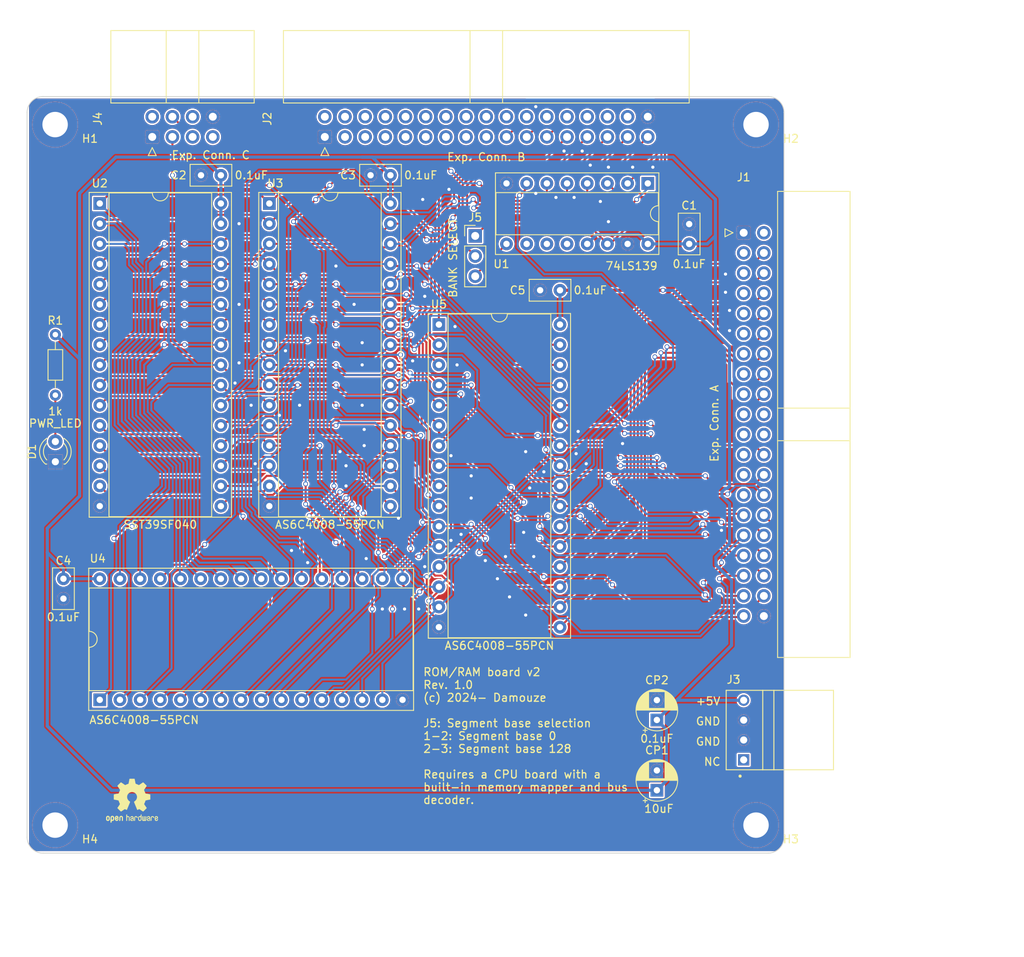
<source format=kicad_pcb>
(kicad_pcb (version 20221018) (generator pcbnew)
  (title_block (title "ROM/RAM board v2") (date "2024-03-10") (rev "1.0"))
  (layers (0 "F.Cu" mixed) (31 "B.Cu" mixed) (34 "B.Paste" user) (35 "F.Paste" user) (36 "B.SilkS" user "B.Silkscreen") (37 "F.SilkS" user "F.Silkscreen") (38 "B.Mask" user) (39 "F.Mask" user) (44 "Edge.Cuts" user))
  (net 0 "")
  (net 1 "/+5V")
  (net 2 "/GND")
  (net 3 "/~{NMI}")
  (net 4 "/~{RESET}")
  (net 5 "/BUS_CLK")
  (net 6 "/CPU_CLK")
  (net 7 "/~{B_M1}")
  (net 8 "/~{B_IORQ}")
  (net 9 "/~{B_MREQ}")
  (net 10 "/~{B_WR}")
  (net 11 "/~{B_RD}")
  (net 12 "/~{WAIT}")
  (net 13 "/~{B_RFSH}")
  (net 14 "/M_A21")
  (net 15 "/M_A20")
  (net 16 "/M_A19")
  (net 17 "/M_A18")
  (net 18 "/M_A17")
  (net 19 "/M_A16")
  (net 20 "/USER2")
  (net 21 "/USER1")
  (net 22 "/USER3")
  (net 23 "/USER0")
  (net 24 "/B_D7")
  (net 25 "/B_D6")
  (net 26 "/B_D5")
  (net 27 "/B_D4")
  (net 28 "/B_D3")
  (net 29 "/B_D2")
  (net 30 "/B_D1")
  (net 31 "/B_D0")
  (net 32 "/B_A15")
  (net 33 "/B_A14")
  (net 34 "/B_A13")
  (net 35 "/B_A12")
  (net 36 "/~{INT7}")
  (net 37 "/B_A11")
  (net 38 "/~{INT6}")
  (net 39 "/B_A10")
  (net 40 "/~{INT5}")
  (net 41 "/B_A9")
  (net 42 "/~{INT4}")
  (net 43 "/B_A8")
  (net 44 "/~{INT3}")
  (net 45 "/B_A7")
  (net 46 "/~{INT2}")
  (net 47 "/B_A6")
  (net 48 "/B_A5")
  (net 49 "/B_A4")
  (net 50 "/B_A3")
  (net 51 "/B_A2")
  (net 52 "/B_A1")
  (net 53 "/B_A0")
  (net 54 "/~{INT0}")
  (net 55 "/~{INT1}")
  (net 56 "/USER15")
  (net 57 "/~{INT}")
  (net 58 "/~{B_BUSACK}")
  (net 59 "/USER14")
  (net 60 "/USER13")
  (net 61 "/USER12")
  (net 62 "/USER11")
  (net 63 "/USER10")
  (net 64 "/USER9")
  (net 65 "/USER8")
  (net 66 "/USER7")
  (net 67 "/M_A15")
  (net 68 "/USER6")
  (net 69 "/M_A14")
  (net 70 "/USER5")
  (net 71 "/USER4")
  (net 72 "/~{BUSREQ}")
  (net 73 "Net-(D1-A)")
  (net 76 "/~{MEMR}")
  (net 77 "/~{MEMW}")
  (net 78 "/~{IOR}")
  (net 79 "/~{IOW}")
  (net 80 "/~{INTA}")
  (net 81 "/~{BANK_ENABLE}")
  (net 82 "/~{MA_21}")
  (net 85 "/~{MEM_CS4}")
  (net 86 "/~{MEM_CS3}")
  (net 87 "/~{MEM_CS2}")
  (net 88 "/~{MEM_CS1}")
  (footprint "MountingHole:MountingHole_3.2mm_M3_ISO7380_Pad" (layer "F.Cu") (at 28.925 28.925)
    (fp_text reference "H1")
    (fp_text value "MountingHole_Pad")
  )
  (footprint "Symbol:OSHW-Logo2_7.3x6mm_SilkScreen" (layer "F.Cu") (at 38.608 114.046)
    (fp_text reference "REF**" hide)
    (fp_text value "OSHW-Logo2_7.3x6mm_SilkScreen" hide)
  )
  (footprint "Capacitor_THT:C_Disc_D5.0mm_W2.5mm_P2.50mm" (layer "F.Cu") (at 71.12 35.306 180)
    (fp_text reference "C3")
    (fp_text value "0.1uF")
  )
  (footprint "Package_DIP:DIP-32_W15.24mm_Socket" (layer "F.Cu") (at 77.216 54.102)
    (fp_text reference "U5")
    (fp_text value "AS6C4008-55PCN")
  )
  (footprint "Capacitor_THT:CP_Radial_D5.0mm_P2.50mm" (layer "F.Cu") (at 104.648 112.736 90)
    (fp_text reference "CP1")
    (fp_text value "10uF")
  )
  (footprint "Package_DIP:DIP-32_W15.24mm_Socket" (layer "F.Cu") (at 55.88 38.862)
    (fp_text reference "U3")
    (fp_text value "AS6C4008-55PCN")
  )
  (footprint "Resistor_THT:R_Axial_DIN0204_L3.6mm_D1.6mm_P7.62mm_Horizontal" (layer "F.Cu") (at 28.956 55.372 -90)
    (fp_text reference "R1")
    (fp_text value "1k")
  )
  (footprint "Connector_IDC:IDC-Header_2x04_P2.54mm_Horizontal" (layer "F.Cu") (at 41.148 30.48 90)
    (fp_text reference "J4")
    (fp_text value "Exp. Conn. C")
  )
  (footprint "MountingHole:MountingHole_3.2mm_M3_ISO7380_Pad" (layer "F.Cu") (at 117.125 28.925)
    (fp_text reference "H2")
    (fp_text value "MountingHole_Pad")
  )
  (footprint "LED_THT:LED_D3.0mm" (layer "F.Cu") (at 28.956 71.374 90)
    (fp_text reference "D1")
    (fp_text value "PWR_LED")
  )
  (footprint "Connector_PinHeader_2.54mm:PinHeader_1x03_P2.54mm_Vertical" (layer "F.Cu") (at 81.788 42.941)
    (fp_text reference "J5")
    (fp_text value "BANK SELECT")
  )
  (footprint "Connector_IDC:IDC-Header_2x20_P2.54mm_Horizontal" (layer "F.Cu") (at 115.57 42.545)
    (fp_text reference "J1")
    (fp_text value "Exp. Conn. A")
  )
  (footprint "Capacitor_THT:C_Disc_D5.0mm_W2.5mm_P2.50mm" (layer "F.Cu") (at 92.456 49.784 180)
    (fp_text reference "C5")
    (fp_text value "0.1uF")
  )
  (footprint "footprints:TE_171826-4" (layer "F.Cu") (at 120.12 105.156 90)
    (fp_text reference "J3")
    (fp_text value "Power")
  )
  (footprint "Package_DIP:DIP-16_W7.62mm_Socket" (layer "F.Cu") (at 103.505 36.332 -90)
    (fp_text reference "U1")
    (fp_text value "74LS139")
  )
  (footprint "Capacitor_THT:C_Disc_D5.0mm_W2.5mm_P2.50mm" (layer "F.Cu") (at 29.972 86.111 -90)
    (fp_text reference "C4")
    (fp_text value "0.1uF")
  )
  (footprint "Capacitor_THT:C_Disc_D5.0mm_W2.5mm_P2.50mm" (layer "F.Cu") (at 108.712 43.952 90)
    (fp_text reference "C1")
    (fp_text value "0.1uF")
  )
  (footprint "Capacitor_THT:C_Disc_D5.0mm_W2.5mm_P2.50mm" (layer "F.Cu") (at 49.784 35.306 180)
    (fp_text reference "C2")
    (fp_text value "0.1uF")
  )
  (footprint "Capacitor_THT:CP_Radial_D5.0mm_P2.50mm" (layer "F.Cu") (at 104.648 103.886 90)
    (fp_text reference "CP2")
    (fp_text value "0.1uF")
  )
  (footprint "Package_DIP:DIP-32_W15.24mm_Socket" (layer "F.Cu") (at 34.544 38.862)
    (fp_text reference "U2")
    (fp_text value "SST39SF040")
  )
  (footprint "MountingHole:MountingHole_3.2mm_M3_ISO7380_Pad" (layer "F.Cu") (at 28.925 117.125)
    (fp_text reference "H4")
    (fp_text value "MountingHole_Pad")
  )
  (footprint "Connector_IDC:IDC-Header_2x17_P2.54mm_Horizontal" (layer "F.Cu") (at 62.865 30.48 90)
    (fp_text reference "J2")
    (fp_text value "Exp. Conn. B")
  )
  (footprint "Package_DIP:DIP-32_W15.24mm_Socket" (layer "F.Cu") (at 34.544 101.351 90)
    (fp_text reference "U4")
    (fp_text value "AS6C4008-55PCN")
  )
  (footprint "MountingHole:MountingHole_3.2mm_M3_ISO7380_Pad" (layer "F.Cu") (at 117.125 117.125)
    (fp_text reference "H3")
    (fp_text value "MountingHole_Pad")
  )
  (gr_line (start 25.4 27.4) (end 25.4 118.65) (stroke (width 0.1)) (layer "Edge.Cuts"))
  (gr_line (start 120.65 27.4) (end 120.65 118.65) (stroke (width 0.1)) (layer "Edge.Cuts"))
  (gr_arc (start 120.65 118.65) (mid 120.064214 120.064214) (end 118.65 120.65) (stroke (width 0.1)) (layer "Edge.Cuts"))
  (gr_arc (start 27.4 120.65) (mid 25.985786 120.064214) (end 25.4 118.65) (stroke (width 0.1)) (layer "Edge.Cuts"))
  (gr_arc (start 25.4 27.4) (mid 25.985786 25.985786) (end 27.4 25.4) (stroke (width 0.1)) (layer "Edge.Cuts"))
  (gr_arc (start 118.65 25.4) (mid 120.064214 25.985786) (end 120.65 27.4) (stroke (width 0.1)) (layer "Edge.Cuts"))
  (gr_line (start 27.4 120.65) (end 118.65 120.65) (stroke (width 0.1)) (layer "Edge.Cuts"))
  (gr_line (start 27.4 25.4) (end 118.65 25.4) (stroke (width 0.1)) (layer "Edge.Cuts"))
  (gr_text "GND\n" (at 109.474 107.188) (layer "F.SilkS") (effects (font (size 1 1)) (justify left bottom)))
  (gr_text "NC" (at 110.49 109.728) (layer "F.SilkS") (effects (font (size 1 1)) (justify left bottom)))
  (gr_text "GND" (at 109.474 104.648) (layer "F.SilkS") (effects (font (size 1 1)) (justify left bottom)))
  (gr_text "+5V\n" (at 109.474 102.108) (layer "F.SilkS") (effects (font (size 1 1)) (justify left bottom)))
  (gr_text_box "${TITLE}\nRev. ${REVISION}\n(c) 2024- Damouze\n\nJ5: Segment base selection\n1-2: Segment base 0\n2-3: Segment base 128\n\nRequires a CPU board with a built-in memory mapper and bus decoder." (start 74.422 96.52) (end 102.636143 114.574143) (layer "F.SilkS") (effects (font (size 1 1)) (justify left top)))
  (segment (start 105.41 49.784) (end 92.456 49.784) (width 0.4) (layer "F.Cu") (net 1))
  (via (at 105.41 49.784) (size 0.6) (drill 0.4) (layers "F.Cu" "B.Cu") (net 1))
  (segment (start 113.792 76.68195) (end 113.792 81.680538) (width 0.4) (layer "B.Cu") (net 1))
  (segment (start 113.792 56.896) (end 113.792 74.441538) (width 0.4) (layer "B.Cu") (net 1))
  (segment (start 104.648 103.886) (end 105.848 105.086) (width 0.4) (layer "B.Cu") (net 1))
  (segment (start 49.784 35.306) (end 47.498 33.02) (width 0.4) (layer "B.Cu") (net 1))
  (segment (start 112.014 55.118) (end 113.792 56.896) (width 0.4) (layer "B.Cu") (net 1))
  (segment (start 105.848 111.536) (end 104.648 112.736) (width 0.4) (layer "B.Cu") (net 1))
  (segment (start 108.712 43.952) (end 110.988 43.952) (width 0.4) (layer "B.Cu") (net 1))
  (segment (start 112.076 84.36395) (end 114.046 86.33395) (width 0.4) (layer "B.Cu") (net 1))
  (segment (start 32.004 37.592) (end 36.576 33.02) (width 0.4) (layer "B.Cu") (net 1))
  (segment (start 32.004 58.42) (end 32.004 60.198) (width 0.4) (layer "B.Cu") (net 1))
  (segment (start 67.564 33.02) (end 106.68 33.02) (width 0.4) (layer "B.Cu") (net 1))
  (segment (start 105.41 49.784) (end 106.68 49.784) (width 0.4) (layer "B.Cu") (net 1))
  (segment (start 110.988 43.952) (end 112.014 42.926) (width 0.4) (layer "B.Cu") (net 1))
  (segment (start 32.004 60.198) (end 32.004 37.592) (width 0.4) (layer "B.Cu") (net 1))
  (segment (start 28.956 55.372) (end 32.004 58.42) (width 0.4) (layer "B.Cu") (net 1))
  (segment (start 114.046 86.33395) (end 114.046 94.488) (width 0.4) (layer "B.Cu") (net 1))
  (segment (start 49.784 38.862) (end 49.784 41.402) (width 0.4) (layer "B.Cu") (net 1))
  (segment (start 27.94 82.804) (end 27.94 79.756) (width 0.4) (layer "B.Cu") (net 1))
  (segment (start 71.12 35.306) (end 68.834 33.02) (width 0.4) (layer "B.Cu") (net 1))
  (segment (start 49.784 35.306) (end 49.784 38.862) (width 0.4) (layer "B.Cu") (net 1))
  (segment (start 103.505 43.952) (end 102.305 42.752) (width 0.4) (layer "B.Cu") (net 1))
  (segment (start 105.848 105.086) (end 105.848 111.536) (width 0.4) (layer "B.Cu") (net 1))
  (segment (start 36.576 33.02) (end 45.466 33.02) (width 0.4) (layer "B.Cu") (net 1))
  (segment (start 97.085 42.752) (end 95.885 43.952) (width 0.4) (layer "B.Cu") (net 1))
  (segment (start 114.046 94.488) (end 107.128 101.406) (width 0.4) (layer "B.Cu") (net 1))
  (segment (start 104.648 112.736) (end 36.028 112.736) (width 0.4) (layer "B.Cu") (net 1))
  (segment (start 27.94 79.756) (end 32.004 75.692) (width 0.4) (layer "B.Cu") (net 1))
  (segment (start 115.57 101.406) (end 107.128 101.406) (width 0.4) (layer "B.Cu") (net 1))
  (segment (start 45.466 33.02) (end 67.564 33.02) (width 0.4) (layer "B.Cu") (net 1))
  (segment (start 29.972 84.836) (end 27.94 82.804) (width 0.4) (layer "B.Cu") (net 1))
  (segment (start 112.838 75.72795) (end 113.792 76.68195) (width 0.4) (layer "B.Cu") (net 1))
  (segment (start 47.498 33.02) (end 45.466 33.02) (width 0.4) (layer "B.Cu") (net 1))
  (segment (start 113.24805 74.738) (end 112.838 75.14805) (width 0.4) (layer "B.Cu") (net 1))
  (segment (start 112.014 38.354) (end 112.014 42.926) (width 0.4) (layer "B.Cu") (net 1))
  (segment (start 106.68 33.02) (end 112.014 38.354) (width 0.4) (layer "B.Cu") (net 1))
  (segment (start 112.076 83.396538) (end 112.076 84.36395) (width 0.4) (layer "B.Cu") (net 1))
  (segment (start 113.792 81.680538) (end 112.076 83.396538) (width 0.4) (layer "B.Cu") (net 1))
  (segment (start 107.128 101.406) (end 104.648 103.886) (width 0.4) (layer "B.Cu") (net 1))
  (segment (start 113.792 74.441538) (end 113.495538 74.738) (width 0.4) (layer "B.Cu") (net 1))
  (segment (start 71.12 35.306) (end 71.12 38.862) (width 0.4) (layer "B.Cu") (net 1))
  (segment (start 29.972 86.111) (end 29.972 84.836) (width 0.4) (layer "B.Cu") (net 1))
  (segment (start 92.456 49.784) (end 92.456 54.102) (width 0.4) (layer "B.Cu") (net 1))
  (segment (start 112.838 75.14805) (end 112.838 75.72795) (width 0.4) (layer "B.Cu") (net 1))
  (segment (start 36.028 112.736) (end 27.94 104.648) (width 0.4) (layer "B.Cu") (net 1))
  (segment (start 27.94 104.648) (end 27.94 82.804) (width 0.4) (layer "B.Cu") (net 1))
  (segment (start 113.495538 74.738) (end 113.24805 74.738) (width 0.4) (layer "B.Cu") (net 1))
  (segment (start 32.004 75.692) (end 32.004 60.198) (width 0.4) (layer "B.Cu") (net 1))
  (segment (start 112.014 42.926) (end 112.014 55.118) (width 0.4) (layer "B.Cu") (net 1))
  (segment (start 106.68 49.784) (end 112.014 55.118) (width 0.4) (layer "B.Cu") (net 1))
  (segment (start 108.712 43.952) (end 103.505 43.952) (width 0.4) (layer "B.Cu") (net 1))
  (segment (start 68.834 33.02) (end 67.564 33.02) (width 0.4) (layer "B.Cu") (net 1))
  (segment (start 102.305 42.752) (end 97.085 42.752) (width 0.4) (layer "B.Cu") (net 1))
  (segment (start 29.972 86.111) (end 34.544 86.111) (width 0.4) (layer "B.Cu") (net 1))
  (via (at 98.552 34.29) (size 0.6) (drill 0.4) (layers "F.Cu" "B.Cu") (net 2))
  (via (at 65.532 74.422) (size 0.6) (drill 0.4) (layers "F.Cu" "B.Cu") (net 2))
  (via (at 75.438 84.582) (size 0.6) (drill 0.4) (layers "F.Cu" "B.Cu") (net 2))
  (via (at 54.102 73.66) (size 0.6) (drill 0.4) (layers "F.Cu" "B.Cu") (net 2))
  (via (at 60.706 84.074) (size 0.6) (drill 0.4) (layers "F.Cu" "B.Cu") (net 2))
  (via (at 80.01 80.518) (size 0.6) (drill 0.4) (layers "F.Cu" "B.Cu") (net 2))
  (via (at 92.964 32.258) (size 0.6) (drill 0.4) (layers "F.Cu" "B.Cu") (net 2))
  (via (at 64.262 46.736) (size 0.6) (drill 0.4) (layers "F.Cu" "B.Cu") (net 2))
  (via (at 101.6 34.29) (size 0.6) (drill 0.4) (layers "F.Cu" "B.Cu") (net 2))
  (via (at 113.284 47.752) (size 0.6) (drill 0.4) (layers "F.Cu" "B.Cu") (net 2))
  (via (at 79.502 59.182) (size 0.6) (drill 0.4) (layers "F.Cu" "B.Cu") (net 2))
  (via (at 78.74 70.612) (size 0.6) (drill 0.4) (layers "F.Cu" "B.Cu") (net 2))
  (via (at 86.106 88.392) (size 0.6) (drill 0.4) (layers "F.Cu" "B.Cu") (net 2))
  (via (at 96.266 34.036) (size 0.6) (drill 0.4) (layers "F.Cu" "B.Cu") (net 2))
  (via (at 70.104 89.916) (size 0.6) (drill 0.4) (layers "F.Cu" "B.Cu") (net 2))
  (via (at 94.234 38.1) (size 0.6) (drill 0.4) (layers "F.Cu" "B.Cu") (net 2))
  (via (at 97.536 38.608) (size 0.6) (drill 0.4) (layers "F.Cu" "B.Cu") (net 2))
  (via (at 100.33 69.088) (size 0.6) (drill 0.4) (layers "F.Cu" "B.Cu") (net 2))
  (via (at 95.758 71.628) (size 0.6) (drill 0.4) (layers "F.Cu" "B.Cu") (net 2))
  (via (at 73.914 58.674) (size 0.6) (drill 0.4) (layers "F.Cu" "B.Cu") (net 2))
  (via (at 57.15 65.532) (size 0.6) (drill 0.4) (layers "F.Cu" "B.Cu") (net 2))
  (via (at 59.69 64.262) (size 0.6) (drill 0.4) (layers "F.Cu" "B.Cu") (net 2))
  (via (at 112.776 80.01) (size 0.6) (drill 0.4) (layers "F.Cu" "B.Cu") (net 2))
  (via (at 67.818 67.31) (size 0.6) (drill 0.4) (layers "F.Cu" "B.Cu") (net 2))
  (via (at 88.646 74.676) (size 0.6) (drill 0.4) (layers "F.Cu" "B.Cu") (net 2))
  (via (at 64.77 70.104) (size 0.6) (drill 0.4) (layers "F.Cu" "B.Cu") (net 2))
  (via (at 94.488 70.358) (size 0.6) (drill 0.4) (layers "F.Cu" "B.Cu") (net 2))
  (via (at 91.948 38.1) (size 0.6) (drill 0.4) (layers "F.Cu" "B.Cu") (net 2))
  (via (at 89.408 37.592) (size 0.6) (drill 0.4) (layers "F.Cu" "B.Cu") (net 2))
  (via (at 74.676 89.916) (size 0.6) (drill 0.4) (layers "F.Cu" "B.Cu") (net 2))
  (via (at 89.408 26.67) (size 0.6) (drill 0.4) (layers "F.Cu" "B.Cu") (net 2))
  (via (at 84.582 86.106) (size 0.6) (drill 0.4) (layers "F.Cu" "B.Cu") (net 2))
  (via (at 67.564 56.388) (size 0.6) (drill 0.4) (layers "F.Cu" "B.Cu") (net 2))
  (via (at 113.284 50.038) (size 0.6) (drill 0.4) (layers "F.Cu" "B.Cu") (net 2))
  (via (at 104.14 34.29) (size 0.6) (drill 0.4) (layers "F.Cu" "B.Cu") (net 2))
  (via (at 78.486 37.084) (size 0.6) (drill 0.4) (layers "F.Cu" "B.Cu") (net 2))
  (via (at 78.74 81.28) (size 0.6) (drill 0.4) (layers "F.Cu" "B.Cu") (net 2))
  (via (at 90.424 72.644) (size 0.6) (drill 0.4) (layers "F.Cu" "B.Cu") (net 2))
  (via (at 88.138 90.678) (size 0.6) (drill 0.4) (layers "F.Cu" "B.Cu") (net 2))
  (via (at 89.154 83.312) (size 0.6) (drill 0.4) (layers "F.Cu" "B.Cu") (net 2))
  (via (at 68.072 83.566) (size 0.6) (drill 0.4) (layers "F.Cu" "B.Cu") (net 2))
  (via (at 94.742 67.564) (size 0.6) (drill 0.4) (layers "F.Cu" "B.Cu") (net 2))
  (via (at 72.136 78.486) (size 0.6) (drill 0.4) (layers "F.Cu" "B.Cu") (net 2))
  (via (at 85.598 83.312) (size 0.6) (drill 0.4) (layers "F.Cu" "B.Cu") (net 2))
  (via (at 95.25 32.258) (size 0.6) (drill 0.4) (layers "F.Cu" "B.Cu") (net 2))
  (via (at 57.912 57.404) (size 0.6) (drill 0.4) (layers "F.Cu" "B.Cu") (net 2))
  (via (at 87.884 80.264) (size 0.6) (drill 0.4) (layers "F.Cu" "B.Cu") (net 2))
  (via (at 65.532 71.882) (size 0.6) (drill 0.4) (layers "F.Cu" "B.Cu") (net 2))
  (via (at 75.438 50.546) (size 0.6) (drill 0.4) (layers "F.Cu" "B.Cu") (net 2))
  (via (at 81.28 75.946) (size 0.6) (drill 0.4) (layers "F.Cu" "B.Cu") (net 2))
  (via (at 67.564 59.182) (size 0.6) (drill 0.4) (layers "F.Cu" "B.Cu") (net 2))
  (via (at 113.792 52.324) (size 0.6) (drill 0.4) (layers "F.Cu" "B.Cu") (net 2))
  (via (at 67.818 69.342) (size 0.6) (drill 0.4) (layers "F.Cu" "B.Cu") (net 2))
  (via (at 67.564 64.262) (size 0.6) (drill 0.4) (layers "F.Cu" "B.Cu") (net 2))
  (via (at 54.102 71.628) (size 0.6) (drill 0.4) (layers "F.Cu" "B.Cu") (net 2))
  (via (at 113.792 54.864) (size 0.6) (drill 0.4) (layers "F.Cu" "B.Cu") (net 2))
  (via (at 53.594 64.262) (size 0.6) (drill 0.4) (layers "F.Cu" "B.Cu") (net 2))
  (via (at 98.552 41.148) (size 0.6) (drill 0.4) (layers "F.Cu" "B.Cu") (net 2))
  (via (at 72.898 89.916) (size 0.6) (drill 0.4) (layers "F.Cu" "B.Cu") (net 2))
  (via (at 66.548 51.562) (size 0.6) (drill 0.4) (layers "F.Cu" "B.Cu") (net 2))
  (via (at 83.058 83.82) (size 0.6) (drill 0.4) (layers "F.Cu" "B.Cu") (net 2))
  (via (at 51.562 61.468) (size 0.6) (drill 0.4) (layers "F.Cu" "B.Cu") (net 2))
  (via (at 75.184 38.354) (size 0.6) (drill 0.4) (layers "F.Cu" "B.Cu") (net 2))
  (via (at 52.07 58.928) (size 0.6) (drill 0.4) (layers "F.Cu" "B.Cu") (net 2))
  (via (at 52.07 51.562) (size 0.6) (drill 0.4) (layers "F.Cu" "B.Cu") (net 2))
  (via (at 88.138 70.104) (size 0.6) (drill 0.4) (layers "F.Cu" "B.Cu") (net 2))
  (via (at 58.674 82.55) (size 0.6) (drill 0.4) (layers "F.Cu" "B.Cu") (net 2))
  (via (at 52.07 41.402) (size 0.6) (drill 0.4) (layers "F.Cu" "B.Cu") (net 2))
  (via (at 81.28 73.152) (size 0.6) (drill 0.4) (layers "F.Cu" "B.Cu") (net 2))
  (via (at 79.248 54.356) (size 0.6) (drill 0.4) (layers "F.Cu" "B.Cu") (net 2))
  (segment (start 86.9 27.4) (end 86.9 29.305) (width 0.25) (layer "F.Cu") (net 14))
  (segment (start 98.425 43.952) (end 95.875 41.402) (width 0.25) (layer "F.Cu") (net 14))
  (segment (start 98.425 43.952) (end 98.771396 43.952) (width 0.25) (layer "F.Cu") (net 14))
  (segment (start 86.9 29.305) (end 85.725 30.48) (width 0.25) (layer "F.Cu") (net 14))
  (segment (start 104.14 25.908) (end 88.392 25.908) (width 0.25) (layer "F.Cu") (net 14))
  (segment (start 95.875 41.402) (end 83.327 41.402) (width 0.25) (layer "F.Cu") (net 14))
  (segment (start 98.771396 43.952) (end 105.664 37.059396) (width 0.25) (layer "F.Cu") (net 14))
  (segment (start 105.664 37.059396) (end 105.664 27.432) (width 0.25) (layer "F.Cu") (net 14))
  (segment (start 88.392 25.908) (end 86.9 27.4) (width 0.25) (layer "F.Cu") (net 14))
  (segment (start 83.327 41.402) (end 81.788 42.941) (width 0.25) (layer "F.Cu") (net 14))
  (segment (start 105.664 27.432) (end 104.14 25.908) (width 0.25) (layer "F.Cu") (net 14))
  (segment (start 99.685 37.592) (end 98.425 36.332) (width 0.25) (layer "F.Cu") (net 15))
  (segment (start 105.214 27.618396) (end 105.214 36.873) (width 0.25) (layer "F.Cu") (net 15))
  (segment (start 89.63 27.453299) (end 90.667299 26.416) (width 0.25) (layer "F.Cu") (net 15))
  (segment (start 90.667299 26.416) (end 104.011604 26.416) (width 0.25) (layer "F.Cu") (net 15))
  (segment (start 88.265 30.48) (end 89.63 29.115) (width 0.25) (layer "F.Cu") (net 15))
  (segment (start 105.214 36.873) (end 104.495 37.592) (width 0.25) (layer "F.Cu") (net 15))
  (segment (start 104.495 37.592) (end 99.685 37.592) (width 0.25) (layer "F.Cu") (net 15))
  (segment (start 89.63 29.115) (end 89.63 27.453299) (width 0.25) (layer "F.Cu") (net 15))
  (segment (start 104.011604 26.416) (end 105.214 27.618396) (width 0.25) (layer "F.Cu") (net 15))
  (segment (start 104.764 32.533) (end 100.965 36.332) (width 0.25) (layer "F.Cu") (net 16))
  (segment (start 90.805 30.48) (end 91.98 29.305) (width 0.25) (layer "F.Cu") (net 16))
  (segment (start 104.764 30.077299) (end 104.764 32.533) (width 0.25) (layer "F.Cu") (net 16))
  (segment (start 91.98 29.305) (end 103.991701 29.305) (width 0.25) (layer "F.Cu") (net 16))
  (segment (start 103.991701 29.305) (end 104.764 30.077299) (width 0.25) (layer "F.Cu") (net 16))
  (segment (start 71.843396 37.287) (end 72.148396 37.592) (width 0.25) (layer "F.Cu") (net 17))
  (segment (start 77.216 37.592) (end 77.216 54.102) (width 0.25) (layer "F.Cu") (net 17))
  (segment (start 59.053604 37.592) (end 59.358604 37.287) (width 0.25) (layer "F.Cu") (net 17))
  (segment (start 90.551 33.274) (end 93.345 30.48) (width 0.25) (layer "F.Cu") (net 17))
  (segment (start 59.358604 37.287) (end 71.843396 37.287) (width 0.25) (layer "F.Cu") (net 17))
  (segment (start 37.846 79.502) (end 36.322 81.026) (width 0.25) (layer "F.Cu") (net 17))
  (segment (start 57.15 37.592) (end 59.053604 37.592) (width 0.25) (layer "F.Cu") (net 17))
  (segment (start 72.148396 37.592) (end 77.216 37.592) (width 0.25) (layer "F.Cu") (net 17))
  (segment (start 35.669 37.737) (end 54.755 37.737) (width 0.25) (layer "F.Cu") (net 17))
  (segment (start 55.88 38.862) (end 57.15 37.592) (width 0.25) (layer "F.Cu") (net 17))
  (segment (start 78.4275 36.1265) (end 78.6815 36.1265) (width 0.25) (layer "F.Cu") (net 17))
  (segment (start 38.608 79.502) (end 37.846 79.502) (width 0.25) (layer "F.Cu") (net 17))
  (segment (start 77.216 37.338) (end 78.4275 36.1265) (width 0.25) (layer "F.Cu") (net 17))
  (segment (start 81.534 33.274) (end 90.551 33.274) (width 0.25) (layer "F.Cu") (net 17))
  (segment (start 54.755 37.737) (end 55.88 38.862) (width 0.25) (layer "F.Cu") (net 17))
  (segment (start 34.544 38.862) (end 35.669 37.737) (width 0.25) (layer "F.Cu") (net 17))
  (segment (start 78.6815 36.1265) (end 81.534 33.274) (width 0.25) (layer "F.Cu") (net 17))
  (segment (start 77.216 37.592) (end 77.216 37.338) (width 0.25) (layer "F.Cu") (net 17))
  (via (at 38.608 79.502) (size 0.6) (drill 0.4) (layers "F.Cu" "B.Cu") (net 17))
  (via (at 36.322 81.026) (size 0.6) (drill 0.4) (layers "F.Cu" "B.Cu") (net 17))
  (segment (start 39.116 43.434) (end 39.116 46.228) (width 0.25) (layer "B.Cu") (net 17))
  (segment (start 39.936 55.311208) (end 37.316 57.931208) (width 0.25) (layer "B.Cu") (net 17))
  (segment (start 34.544 38.862) (end 39.116 43.434) (width 0.25) (layer "B.Cu") (net 17))
  (segment (start 39.116 46.228) (end 39.936 47.048) (width 0.25) (layer "B.Cu") (net 17))
  (segment (start 37.316 57.931208) (end 37.316 66.280376) (width 0.25) (layer "B.Cu") (net 17))
  (segment (start 43.274 72.238376) (end 43.274 74.836) (width 0.25) (layer "B.Cu") (net 17))
  (segment (start 39.936 47.048) (end 39.936 55.311208) (width 0.25) (layer "B.Cu") (net 17))
  (segment (start 35.959 99.936) (end 34.544 101.351) (width 0.25) (layer "B.Cu") (net 17))
  (segment (start 36.634 81.338) (end 36.634 84.970009) (width 0.25) (layer "B.Cu") (net 17))
  (segment (start 35.959 85.645009) (end 35.959 99.936) (width 0.25) (layer "B.Cu") (net 17))
  (segment (start 36.322 81.026) (end 36.634 81.338) (width 0.25) (layer "B.Cu") (net 17))
  (segment (start 36.634 84.970009) (end 35.959 85.645009) (width 0.25) (layer "B.Cu") (net 17))
  (segment (start 37.316 66.280376) (end 43.274 72.238376) (width 0.25) (layer "B.Cu") (net 17))
  (segment (start 43.274 74.836) (end 38.608 79.502) (width 0.25) (layer "B.Cu") (net 17))
  (segment (start 79.1315 38.608) (end 77.666 40.0735) (width 0.25) (layer "F.Cu") (net 18))
  (segment (start 53.614009 43.267) (end 55.414009 45.067) (width 0.25) (layer "F.Cu") (net 18))
  (segment (start 45.212 43.942) (end 42.672 43.942) (width 0.25) (layer "F.Cu") (net 18))
  (segment (start 79.1315 36.312896) (end 81.662396 33.782) (width 0.25) (layer "F.Cu") (net 18))
  (segment (start 56.345991 45.067) (end 57.020991 44.392) (width 0.25) (layer "F.Cu") (net 18))
  (segment (start 77.666 50.292) (end 86.556 59.182) (width 0.25) (layer "F.Cu") (net 18))
  (segment (start 92.583 33.782) (end 95.885 30.48) (width 0.25) (layer "F.Cu") (net 18))
  (segment (start 70.67 44.392) (end 71.12 43.942) (width 0.25) (layer "F.Cu") (net 18))
  (segment (start 81.662396 33.782) (end 92.583 33.782) (width 0.25) (layer "F.Cu") (net 18))
  (segment (start 55.414009 45.067) (end 56.345991 45.067) (width 0.25) (layer "F.Cu") (net 18))
  (segment (start 49.784 43.942) (end 50.459 43.267) (width 0.25) (layer "F.Cu") (net 18))
  (segment (start 77.666 40.0735) (end 77.666 50.292) (width 0.25) (layer "F.Cu") (net 18))
  (segment (start 50.459 43.267) (end 53.614009 43.267) (width 0.25) (layer "F.Cu") (net 18))
  (segment (start 57.020991 44.392) (end 70.67 44.392) (width 0.25) (layer "F.Cu") (net 18))
  (segment (start 79.1315 38.608) (end 79.1315 36.312896) (width 0.25) (layer "F.Cu") (net 18))
  (segment (start 86.556 59.182) (end 92.456 59.182) (width 0.25) (layer "F.Cu") (net 18))
  (via (at 79.1315 38.608) (size 0.6) (drill 0.4) (layers "F.Cu" "B.Cu") (net 18))
  (via (at 45.212 43.942) (size 0.6) (drill 0.4) (layers "F.Cu" "B.Cu") (net 18))
  (via (at 42.672 43.942) (size 0.6) (drill 0.4) (layers "F.Cu" "B.Cu") (net 18))
  (segment (start 77.978 38.608) (end 72.644 43.942) (width 0.25) (layer "B.Cu") (net 18))
  (segment (start 40.386 55.497604) (end 37.766 58.117604) (width 0.25) (layer "B.Cu") (net 18))
  (segment (start 43.688 75.184) (end 39.624 79.248) (width 0.25) (layer "B.Cu") (net 18))
  (segment (start 45.72 43.942) (end 45.212 43.942) (width 0.25) (layer "B.Cu") (net 18))
  (segment (start 79.1315 38.608) (end 77.978 38.608) (width 0.25) (layer "B.Cu") (net 18))
  (segment (start 43.724 72.05198) (end 43.724 75.184) (width 0.25) (layer "B.Cu") (net 18))
  (segment (start 40.386 46.228) (end 40.386 55.497604) (width 0.25) (layer "B.Cu") (net 18))
  (segment (start 49.784 43.942) (end 45.72 43.942) (width 0.25) (layer "B.Cu") (net 18))
  (segment (start 43.724 75.184) (end 43.688 75.184) (width 0.25) (layer "B.Cu") (net 18))
  (segment (start 39.624 79.248) (end 39.624 86.111) (width 0.25) (layer "B.Cu") (net 18))
  (segment (start 72.644 43.942) (end 71.12 43.942) (width 0.25) (layer "B.Cu") (net 18))
  (segment (start 37.766 58.117604) (end 37.766 66.09398) (width 0.25) (layer "B.Cu") (net 18))
  (segment (start 37.766 66.09398) (end 43.724 72.05198) (width 0.25) (layer "B.Cu") (net 18))
  (segment (start 42.672 43.942) (end 40.386 46.228) (width 0.25) (layer "B.Cu") (net 18))
  (segment (start 76.2 42.164) (end 76.2 42.28) (width 0.25) (layer "F.Cu") (net 19))
  (segment (start 94.673 34.232) (end 98.425 30.48) (width 0.25) (layer "F.Cu") (net 19))
  (segment (start 76.2 42.28) (end 76.708 42.788) (width 0.25) (layer "F.Cu") (net 19))
  (segment (start 79.756 39.878) (end 79.756 36.324792) (width 0.25) (layer "F.Cu") (net 19))
  (segment (start 76.091 55.517) (end 77.216 56.642) (width 0.25) (layer "F.Cu") (net 19))
  (segment (start 78.994 40.64) (end 79.756 39.878) (width 0.25) (layer "F.Cu") (net 19))
  (segment (start 48.701009 40.894) (end 49.318009 40.277) (width 0.25) (layer "F.Cu") (net 19))
  (segment (start 79.756 36.324792) (end 81.848792 34.232) (width 0.25) (layer "F.Cu") (net 19))
  (segment (start 49.318009 40.277) (end 54.755 40.277) (width 0.25) (layer "F.Cu") (net 19))
  (segment (start 71.657 37.737) (end 76.084 42.164) (width 0.25) (layer "F.Cu") (net 19))
  (segment (start 34.544 41.402) (end 35.052 40.894) (width 0.25) (layer "F.Cu") (net 19))
  (segment (start 55.88 41.402) (end 59.545 37.737) (width 0.25) (layer "F.Cu") (net 19))
  (segment (start 76.084 42.164) (end 76.2 42.164) (width 0.25) (layer "F.Cu") (net 19))
  (segment (start 81.848792 34.232) (end 94.673 34.232) (width 0.25) (layer "F.Cu") (net 19))
  (segment (start 76.708 42.788) (end 76.708 52.36) (width 0.25) (layer "F.Cu") (net 19))
  (segment (start 54.755 40.277) (end 55.88 41.402) (width 0.25) (layer "F.Cu") (net 19))
  (segment (start 35.052 40.894) (end 48.701009 40.894) (width 0.25) (layer "F.Cu") (net 19))
  (segment (start 76.091 52.977) (end 76.091 55.517) (width 0.25) (layer "F.Cu") (net 19))
  (segment (start 76.708 52.36) (end 76.091 52.977) (width 0.25) (layer "F.Cu") (net 19))
  (segment (start 59.545 37.737) (end 71.657 37.737) (width 0.25) (layer "F.Cu") (net 19))
  (via (at 76.2 42.164) (size 0.6) (drill 0.4) (layers "F.Cu" "B.Cu") (net 19))
  (via (at 78.994 40.64) (size 0.6) (drill 0.4) (layers "F.Cu" "B.Cu") (net 19))
  (segment (start 42.824 72.542) (end 42.824 74.649604) (width 0.25) (layer "B.Cu") (net 19))
  (segment (start 38.209 100.226) (end 37.084 101.351) (width 0.25) (layer "B.Cu") (net 19))
  (segment (start 34.544 41.402) (end 36.447604 41.402) (width 0.25) (layer "B.Cu") (net 19))
  (segment (start 36.866 57.744812) (end 36.866 66.584) (width 0.25) (layer "B.Cu") (net 19))
  (segment (start 38.666 43.620396) (end 38.666 46.414396) (width 0.25) (layer "B.Cu") (net 19))
  (segment (start 38.349116 78.877) (end 37.534 79.692116) (width 0.25) (layer "B.Cu") (net 19))
  (segment (start 39.486 55.124812) (end 36.866 57.744812) (width 0.25) (layer "B.Cu") (net 19))
  (segment (start 37.534 79.692116) (end 37.534 84.970009) (width 0.25) (layer "B.Cu") (net 19))
  (segment (start 77.47 42.164) (end 76.2 42.164) (width 0.25) (layer "B.Cu") (net 19))
  (segment (start 38.666 46.414396) (end 39.486 47.234396) (width 0.25) (layer "B.Cu") (net 19))
  (segment (start 38.209 85.645009) (end 38.209 100.226) (width 0.25) (layer "B.Cu") (net 19))
  (segment (start 39.486 47.234396) (end 39.486 55.124812) (width 0.25) (layer "B.Cu") (net 19))
  (segment (start 37.534 84.970009) (end 38.209 85.645009) (width 0.25) (layer "B.Cu") (net 19))
  (segment (start 38.596604 78.877) (end 38.349116 78.877) (width 0.25) (layer "B.Cu") (net 19))
  (segment (start 36.866 66.584) (end 42.824 72.542) (width 0.25) (layer "B.Cu") (net 19))
  (segment (start 42.824 74.649604) (end 38.596604 78.877) (width 0.25) (layer "B.Cu") (net 19))
  (segment (start 36.447604 41.402) (end 38.666 43.620396) (width 0.25) (layer "B.Cu") (net 19))
  (segment (start 78.994 40.64) (end 77.47 42.164) (width 0.25) (layer "B.Cu") (net 19))
  (segment (start 85.344 82.042) (end 78.849 75.547) (width 0.25) (layer "F.Cu") (net 24))
  (segment (start 110.522 46.45) (end 105.41 51.562) (width 0.25) (layer "F.Cu") (net 24))
  (segment (start 62.23 85.857) (end 62.484 86.111) (width 0.25) (layer "F.Cu") (net 24))
  (segment (start 65.532 75.946) (end 62.23 79.248) (width 0.25) (layer "F.Cu") (net 24))
  (segment (start 118.11 45.085) (end 116.745 46.45) (width 0.25) (layer "F.Cu") (net 24))
  (segment (start 56.345991 65.677) (end 55.414009 65.677) (width 0.25) (layer "F.Cu") (net 24))
  (segment (start 74.422 73.218991) (end 74.422 72.007604) (width 0.25) (layer "F.Cu") (net 24))
  (segment (start 55.414009 65.677) (end 54.739009 66.352) (width 0.25) (layer "F.Cu") (net 24))
  (segment (start 64.520884 66.177) (end 64.003116 66.177) (width 0.25) (layer "F.Cu") (net 24))
  (segment (start 78.849 75.547) (end 76.750009 75.547) (width 0.25) (layer "F.Cu") (net 24))
  (segment (start 72.39 68.072) (end 71.12 66.802) (width 0.25) (layer "F.Cu") (net 24))
  (segment (start 64.887 66.543116) (end 64.520884 66.177) (width 0.25) (layer "F.Cu") (net 24))
  (segment (start 72.39 69.975604) (end 72.39 68.072) (width 0.25) (layer "F.Cu") (net 24))
  (segment (start 62.23 79.248) (end 62.23 85.857) (width 0.25) (layer "F.Cu") (net 24))
  (segment (start 74.422 72.007604) (end 72.39 69.975604) (width 0.25) (layer "F.Cu") (net 24))
  (segment (start 101.346 52.899604) (end 101.346 73.152) (width 0.25) (layer "F.Cu") (net 24))
  (segment (start 102.683604 51.562) (end 101.346 52.899604) (width 0.25) (layer "F.Cu") (net 24))
  (segment (start 70.866 66.548) (end 64.887 66.548) (width 0.25) (layer "F.Cu") (net 24))
  (segment (start 71.12 66.802) (end 70.866 66.548) (width 0.25) (layer "F.Cu") (net 24))
  (segment (start 92.456 82.042) (end 85.344 82.042) (width 0.25) (layer "F.Cu") (net 24))
  (segment (start 76.750009 75.547) (end 74.422 73.218991) (width 0.25) (layer "F.Cu") (net 24))
  (segment (start 116.745 46.45) (end 110.522 46.45) (width 0.25) (layer "F.Cu") (net 24))
  (segment (start 57.005 66.336009) (end 56.345991 65.677) (width 0.25) (layer "F.Cu") (net 24))
  (segment (start 54.739009 66.352) (end 50.234 66.352) (width 0.25) (layer "F.Cu") (net 24))
  (segment (start 64.887 66.548) (end 64.887 66.543116) (width 0.25) (layer "F.Cu") (net 24))
  (segment (start 101.346 73.152) (end 92.456 82.042) (width 0.25) (layer "F.Cu") (net 24))
  (segment (start 105.41 51.562) (end 102.683604 51.562) (width 0.25) (layer "F.Cu") (net 24))
  (segment (start 64.003116 66.177) (end 63.828116 66.352) (width 0.25) (layer "F.Cu") (net 24))
  (segment (start 50.234 66.352) (end 49.784 66.802) (width 0.25) (layer "F.Cu") (net 24))
  (segment (start 57.005 66.352) (end 57.005 66.336009) (width 0.25) (layer "F.Cu") (net 24))
  (segment (start 63.828116 66.352) (end 57.005 66.352) (width 0.25) (layer "F.Cu") (net 24))
  (via (at 65.532 75.946) (size 0.6) (drill 0.4) (layers "F.Cu" "B.Cu") (net 24))
  (segment (start 63.637 66.543116) (end 63.637 67.447) (width 0.25) (layer "B.Cu") (net 24))
  (segment (start 70.320001 66.002001) (end 64.178115 66.002001) (width 0.25) (layer "B.Cu") (net 24))
  (segment (start 63.637 67.447) (end 67.818 71.628) (width 0.25) (layer "B.Cu") (net 24))
  (segment (start 71.12 66.802) (end 70.320001 66.002001) (width 0.25) (layer "B.Cu") (net 24))
  (segment (start 67.818 73.66) (end 65.532 75.946) (width 0.25) (layer "B.Cu") (net 24))
  (segment (start 64.178115 66.002001) (end 63.637 66.543116) (width 0.25) (layer "B.Cu") (net 24))
  (segment (start 67.818 71.628) (end 67.818 73.66) (width 0.25) (layer "B.Cu") (net 24))
  (segment (start 73.972 73.405387) (end 73.972 72.194) (width 0.25) (layer "F.Cu") (net 25))
  (segment (start 105.596396 52.012) (end 102.87 52.012) (width 0.25) (layer "F.Cu") (net 25))
  (segment (start 78.74 80.389604) (end 78.74 78.74) (width 0.25) (layer "F.Cu") (net 25))
  (segment (start 108.808396 48.8) (end 105.596396 52.012) (width 0.25) (layer "F.Cu") (net 25))
  (segment (start 101.796 53.086) (end 101.796 75.242) (width 0.25) (layer "F.Cu") (net 25))
  (segment (start 69.995 68.217) (end 50.909 68.217) (width 0.25) (layer "F.Cu") (net 25))
  (segment (start 101.796 75.242) (end 92.456 84.582) (width 0.25) (layer "F.Cu") (net 25))
  (segment (start 92.456 84.582) (end 82.932396 84.582) (width 0.25) (layer "F.Cu") (net 25))
  (segment (start 75.226916 74.660303) (end 73.972 73.405387) (width 0.25) (layer "F.Cu") (net 25))
  (segment (start 75.226916 77.512916) (end 75.226916 74.660303) (width 0.25) (layer "F.Cu") (net 25))
  (segment (start 65.024 77.978) (end 65.024 86.111) (width 0.25) (layer "F.Cu") (net 25))
  (segment (start 66.294 76.708) (end 65.024 77.978) (width 0.25) (layer "F.Cu") (net 25))
  (segment (start 73.972 72.194) (end 71.12 69.342) (width 0.25) (layer "F.Cu") (net 25))
  (segment (start 78.74 78.74) (end 78.087 78.087) (width 0.25) (layer "F.Cu") (net 25))
  (segment (start 118.11 47.625) (end 116.935 48.8) (width 0.25) (layer "F.Cu") (net 25))
  (segment (start 116.935 48.8) (end 108.808396 48.8) (width 0.25) (layer "F.Cu") (net 25))
  (segment (start 82.932396 84.582) (end 78.74 80.389604) (width 0.25) (layer "F.Cu") (net 25))
  (segment (start 78.087 78.087) (end 75.801 78.087) (width 0.25) (layer "F.Cu") (net 25))
  (segment (start 102.87 52.012) (end 101.796 53.086) (width 0.25) (layer "F.Cu") (net 25))
  (segment (start 50.909 68.217) (end 49.784 69.342) (width 0.25) (layer "F.Cu") (net 25))
  (segment (start 71.12 69.342) (end 69.995 68.217) (width 0.25) (layer "F.Cu") (net 25))
  (segment (start 75.801 78.087) (end 75.226916 77.512916) (width 0.25) (layer "F.Cu") (net 25))
  (via (at 66.294 76.708) (size 0.6) (drill 0.4) (layers "F.Cu" "B.Cu") (net 25))
  (segment (start 68.268 73.846396) (end 68.268 72.194) (width 0.25) (layer "B.Cu") (net 25))
  (segment (start 66.294 75.820396) (end 68.268 73.846396) (width 0.25) (layer "B.Cu") (net 25))
  (segment (start 66.294 76.708) (end 66.294 75.820396) (width 0.25) (layer "B.Cu") (net 25))
  (segment (start 68.268 72.194) (end 71.12 69.342) (width 0.25) (layer "B.Cu") (net 25))
  (segment (start 102.246 53.272396) (end 102.246 77.332) (width 0.25) (layer "F.Cu") (net 26))
  (segment (start 69.995 70.757) (end 50.909 70.757) (width 0.25) (layer "F.Cu") (net 26))
  (segment (start 118.11 50.165) (end 116.935 51.34) (width 0.25) (layer "F.Cu") (net 26))
  (segment (start 102.246 77.332) (end 92.456 87.122) (width 0.25) (layer "F.Cu") (net 26))
  (segment (start 92.456 87.122) (end 83.886991 87.122) (width 0.25) (layer "F.Cu") (net 26))
  (segment (start 76.750009 83.167) (end 73.406 79.822991) (width 0.25) (layer "F.Cu") (net 26))
  (segment (start 67.056 77.216) (end 67.056 85.603) (width 0.25) (layer "F.Cu") (net 26))
  (segment (start 71.12 71.882) (end 69.995 70.757) (width 0.25) (layer "F.Cu") (net 26))
  (segment (start 106.904792 51.34) (end 105.782792 52.462) (width 0.25) (layer "F.Cu") (net 26))
  (segment (start 73.406 74.168) (end 71.12 71.882) (width 0.25) (layer "F.Cu") (net 26))
  (segment (start 83.886991 87.122) (end 79.931991 83.167) (width 0.25) (layer "F.Cu") (net 26))
  (segment (start 50.909 70.757) (end 49.784 71.882) (width 0.25) (layer "F.Cu") (net 26))
  (segment (start 105.782792 52.462) (end 103.056396 52.462) (width 0.25) (layer "F.Cu") (net 26))
  (segment (start 103.056396 52.462) (end 102.246 53.272396) (width 0.25) (layer "F.Cu") (net 26))
  (segment (start 79.931991 83.167) (end 76.750009 83.167) (width 0.25) (layer "F.Cu") (net 26))
  (segment (start 116.935 51.34) (end 106.904792 51.34) (width 0.25) (layer "F.Cu") (net 26))
  (segment (start 73.406 79.822991) (end 73.406 74.168) (width 0.25) (layer "F.Cu") (net 26))
  (segment (start 67.056 85.603) (end 67.564 86.111) (width 0.25) (layer "F.Cu") (net 26))
  (via (at 67.056 77.216) (size 0.6) (drill 0.4) (layers "F.Cu" "B.Cu") (net 26))
  (segment (start 67.056 75.694792) (end 70.868792 71.882) (width 0.25) (layer "B.Cu") (net 26))
  (segment (start 70.868792 71.882) (end 71.12 71.882) (width 0.25) (layer "B.Cu") (net 26))
  (segment (start 67.056 77.216) (end 67.056 75.694792) (width 0.25) (layer "B.Cu") (net 26))
  (segment (start 69.216396 74.422) (end 67.692396 72.898) (width 0.25) (layer "F.Cu") (net 27))
  (segment (start 118.11 52.705) (end 116.935 53.88) (width 0.25) (layer "F.Cu") (net 27))
  (segment (start 112.856 52.912) (end 103.242792 52.912) (width 0.25) (layer "F.Cu") (net 27))
  (segment (start 71.12 74.422) (end 72.956 76.258) (width 0.25) (layer "F.Cu") (net 27))
  (segment (start 77.579 85.707) (end 81.534 89.662) (width 0.25) (layer "F.Cu") (net 27))
  (segment (start 55.559009 73.152) (end 54.289009 74.422) (width 0.25) (layer "F.Cu") (net 27))
  (segment (start 54.289009 74.422) (end 49.784 74.422) (width 0.25) (layer "F.Cu") (net 27))
  (segment (start 113.824 53.88) (end 112.856 52.912) (width 0.25) (layer "F.Cu") (net 27))
  (segment (start 69.596 79.756) (end 69.596 82.804) (width 0.25) (layer "F.Cu") (net 27))
  (segment (start 58.104595 73.152) (end 55.559009 73.152) (width 0.25) (layer "F.Cu") (net 27))
  (segment (start 102.696 79.422) (end 92.456 89.662) (width 0.25) (layer "F.Cu") (net 27))
  (segment (start 67.692396 72.898) (end 58.358595 72.898) (width 0.25) (layer "F.Cu") (net 27))
  (segment (start 72.956 80.009387) (end 76.091 83.144387) (width 0.25) (layer "F.Cu") (net 27))
  (segment (start 67.691 77.851) (end 69.596 79.756) (width 0.25) (layer "F.Cu") (net 27))
  (segment (start 116.935 53.88) (end 113.824 53.88) (width 0.25) (layer "F.Cu") (net 27))
  (segment (start 76.750009 85.707) (end 77.579 85.707) (width 0.25) (layer "F.Cu") (net 27))
  (segment (start 71.12 74.422) (end 69.216396 74.422) (width 0.25) (layer "F.Cu") (net 27))
  (segment (start 76.091 85.047991) (end 76.750009 85.707) (width 0.25) (layer "F.Cu") (net 27))
  (segment (start 102.696 53.458792) (end 102.696 79.422) (width 0.25) (layer "F.Cu") (net 27))
  (segment (start 81.534 89.662) (end 92.456 89.662) (width 0.25) (layer "F.Cu") (net 27))
  (segment (start 76.091 83.144387) (end 76.091 85.047991) (width 0.25) (layer "F.Cu") (net 27))
  (segment (start 103.242792 52.912) (end 102.696 53.458792) (width 0.25) (layer "F.Cu") (net 27))
  (segment (start 58.358595 72.898) (end 58.104595 73.152) (width 0.25) (layer "F.Cu") (net 27))
  (segment (start 72.956 76.258) (end 72.956 80.009387) (width 0.25) (layer "F.Cu") (net 27))
  (via (at 69.596 82.804) (size 0.6) (drill 0.4) (layers "F.Cu" "B.Cu") (net 27))
  (via (at 67.691 77.851) (size 0.6) (drill 0.4) (layers "F.Cu" "B.Cu") (net 27))
  (segment (start 67.691 75.696188) (end 67.691 77.851) (width 0.25) (layer "B.Cu") (net 27))
  (segment (start 68.965188 74.422) (end 67.691 75.696188) (width 0.25) (layer "B.Cu") (net 27))
  (segment (start 70.358 85.857) (end 70.358 84.461396) (width 0.25) (layer "B.Cu") (net 27))
  (segment (start 70.104 86.111) (end 70.358 85.857) (width 0.25) (layer "B.Cu") (net 27))
  (segment (start 71.12 74.422) (end 68.965188 74.422) (width 0.25) (layer "B.Cu") (net 27))
  (segment (start 69.596 83.699396) (end 69.596 82.804) (width 0.25) (layer "B.Cu") (net 27))
  (segment (start 70.358 84.461396) (end 69.596 83.699396) (width 0.25) (layer "B.Cu") (net 27))
  (segment (start 85.235 91.077) (end 76.853 91.077) (width 0.25) (layer "F.Cu") (net 28))
  (segment (start 73.863405 83.937) (end 72.644 85.156405) (width 0.25) (layer "F.Cu") (net 28))
  (segment (start 92.456 92.202) (end 86.36 92.202) (width 0.25) (layer "F.Cu") (net 28))
  (segment (start 72.644 86.868) (end 72.644 86.111) (width 0.25) (layer "F.Cu") (net 28))
  (segment (start 72.39 81.28) (end 72.39 80.079783) (width 0.25) (layer "F.Cu") (net 28))
  (segment (start 70.358 83.312) (end 72.39 81.28) (width 0.25) (layer "F.Cu") (net 28))
  (segment (start 71.12 76.962) (end 71.12 78.809783) (width 0.25) (layer "F.Cu") (net 28))
  (segment (start 72.39 80.079783) (end 71.12 78.809783) (width 0.25) (layer "F.Cu") (net 28))
  (segment (start 51.199 75.547) (end 49.784 76.962) (width 0.25) (layer "F.Cu") (net 28))
  (segment (start 111.02 53.362) (end 103.429188 53.362) (width 0.25) (layer "F.Cu") (net 28))
  (segment (start 75.301 83.570884) (end 74.934884 83.937) (width 0.25) (layer "F.Cu") (net 28))
  (segment (start 75.301 82.990783) (end 75.301 83.570884) (width 0.25) (layer "F.Cu") (net 28))
  (segment (start 86.36 92.202) (end 85.235 91.077) (width 0.25) (layer "F.Cu") (net 28))
  (segment (start 103.146 53.645188) (end 103.146 81.512) (width 0.25) (layer "F.Cu") (net 28))
  (segment (start 116.935 56.42) (end 114.078 56.42) (width 0.25) (layer "F.Cu") (net 28))
  (segment (start 118.11 55.245) (end 116.935 56.42) (width 0.25) (layer "F.Cu") (net 28))
  (segment (start 67.506 73.348) (end 58.544991 73.348) (width 0.25) (layer "F.Cu") (net 28))
  (segment (start 103.429188 53.362) (end 103.146 53.645188) (width 0.25) (layer "F.Cu") (net 28))
  (segment (start 71.12 78.809783) (end 75.301 82.990783) (width 0.25) (layer "F.Cu") (net 28))
  (segment (start 103.146 81.512) (end 92.456 92.202) (width 0.25) (layer "F.Cu") (net 28))
  (segment (start 76.853 91.077) (end 72.644 86.868) (width 0.25) (layer "F.Cu") (net 28))
  (segment (start 71.12 76.962) (end 67.506 73.348) (width 0.25) (layer "F.Cu") (net 28))
  (segment (start 56.345991 75.547) (end 51.199 75.547) (width 0.25) (layer "F.Cu") (net 28))
  (segment (start 72.644 85.156405) (end 72.644 86.111) (width 0.25) (layer "F.Cu") (net 28))
  (segment (start 74.934884 83.937) (end 73.863405 83.937) (width 0.25) (layer "F.Cu") (net 28))
  (segment (start 114.078 56.42) (end 111.02 53.362) (width 0.25) (layer "F.Cu") (net 28))
  (segment (start 58.544991 73.348) (end 56.345991 75.547) (width 0.25) (layer "F.Cu") (net 28))
  (via (at 70.358 83.312) (size 0.6) (drill 0.4) (layers "F.Cu" "B.Cu") (net 28))
  (segment (start 72.644 85.156405) (end 70.799595 83.312) (width 0.25) (layer "B.Cu") (net 28))
  (segment (start 72.644 86.111) (end 72.644 85.156405) (width 0.25) (layer "B.Cu") (net 28))
  (segment (start 70.799595 83.312) (end 70.358 83.312) (width 0.25) (layer "B.Cu") (net 28))
  (segment (start 50.104991 75.692) (end 35.814 75.692) (width 0.25) (layer "F.Cu") (net 29))
  (segment (start 108.569 57.013) (end 108.712 56.87) (width 0.25) (layer "F.Cu") (net 29))
  (segment (start 106.035 57.013) (end 108.569 57.013) (width 0.25) (layer "F.Cu") (net 29))
  (segment (start 108.712 56.87) (end 112.993299 56.87) (width 0.25) (layer "F.Cu") (net 29))
  (segment (start 55.205 75.097) (end 50.699991 75.097) (width 0.25) (layer "F.Cu") (net 29))
  (segment (start 115.083299 58.96) (end 116.935 58.96) (width 0.25) (layer "F.Cu") (net 29))
  (segment (start 50.699991 75.097) (end 50.104991 75.692) (width 0.25) (layer "F.Cu") (net 29))
  (segment (start 55.88 74.422) (end 55.205 75.097) (width 0.25) (layer "F.Cu") (net 29))
  (segment (start 112.993299 56.87) (end 115.083299 58.96) (width 0.25) (layer "F.Cu") (net 29))
  (segment (start 116.935 58.96) (end 118.11 57.785) (width 0.25) (layer "F.Cu") (net 29))
  (segment (start 35.814 75.692) (end 34.544 74.422) (width 0.25) (layer "F.Cu") (net 29))
  (segment (start 105.918 56.896) (end 106.035 57.013) (width 0.25) (layer "F.Cu") (net 29))
  (via (at 105.918 56.896) (size 0.6) (drill 0.4) (layers "F.Cu" "B.Cu") (net 29))
  (segment (start 77.216 89.662) (end 70.104 96.774) (width 0.25) (layer "B.Cu") (net 29))
  (segment (start 62.433 75.387) (end 56.845 75.387) (width 0.25) (layer "B.Cu") (net 29))
  (segment (start 73.769 85.645009) (end 70.302991 82.179) (width 0.25) (layer "B.Cu") (net 29))
  (segment (start 78.791 88.087) (end 77.216 89.662) (width 0.25) (layer "B.Cu") (net 29))
  (segment (start 96.716 71.752991) (end 92.921991 75.547) (width 0.25) (layer "B.Cu") (net 29))
  (segment (start 105.918 57.262116) (end 105.781 57.399116) (width 0.25) (layer "B.Cu") (net 29))
  (segment (start 92.921991 75.547) (end 87.523792 75.547) (width 0.25) (layer "B.Cu") (net 29))
  (segment (start 105.781 57.399116) (end 105.781 59.573) (width 0.25) (layer "B.Cu") (net 29))
  (segment (start 74.559 87.005) (end 73.769 86.215) (width 0.25) (layer "B.Cu") (net 29))
  (segment (start 76.396 89.35) (end 76.396 89.333884) (width 0.25) (layer "B.Cu") (net 29))
  (segment (start 76.708 89.662) (end 76.396 89.35) (width 0.25) (layer "B.Cu") (net 29))
  (segment (start 73.769 86.215) (end 73.769 85.645009) (width 0.25) (layer "B.Cu") (net 29))
  (segment (start 105.781 59.573) (end 96.716 68.638) (width 0.25) (layer "B.Cu") (net 29))
  (segment (start 96.716 68.638) (end 96.716 71.752991) (width 0.25) (layer "B.Cu") (net 29))
  (segment (start 78.791 84.279792) (end 78.791 88.087) (width 0.25) (layer "B.Cu") (net 29))
  (segment (start 69.225 82.179) (end 62.433 75.387) (width 0.25) (layer "B.Cu") (net 29))
  (segment (start 76.396 89.333884) (end 76.571 89.158884) (width 0.25) (layer "B.Cu") (net 29))
  (segment (start 77.216 89.662) (end 76.708 89.662) (width 0.25) (layer "B.Cu") (net 29))
  (segment (start 105.918 56.896) (end 105.918 57.262116) (width 0.25) (layer "B.Cu") (net 29))
  (segment (start 70.302991 82.179) (end 69.225 82.179) (width 0.25) (layer "B.Cu") (net 29))
  (segment (start 56.845 75.387) (end 55.88 74.422) (width 0.25) (layer "B.Cu") (net 29))
  (segment (start 70.104 96.774) (end 70.104 101.351) (width 0.25) (layer "B.Cu") (net 29))
  (segment (start 87.523792 75.547) (end 78.791 84.279792) (width 0.25) (layer "B.Cu") (net 29))
  (segment (start 76.571 88.641116) (end 74.934884 87.005) (width 0.25) (layer "B.Cu") (net 29))
  (segment (start 74.934884 87.005) (end 74.559 87.005) (width 0.25) (layer "B.Cu") (net 29))
  (segment (start 76.571 89.158884) (end 76.571 88.641116) (width 0.25) (layer "B.Cu") (net 29))
  (segment (start 105.156 57.638) (end 105.273 57.521) (width 0.25) (layer "F.Cu") (net 30))
  (segment (start 114.3 58.813097) (end 114.3 60.716701) (width 0.25) (layer "F.Cu") (net 30))
  (segment (start 109.474 57.32) (end 112.806903 57.32) (width 0.25) (layer "F.Cu") (net 30))
  (segment (start 55.88 71.882) (end 55.314 72.448) (width 0.25) (layer "F.Cu") (net 30))
  (segment (start 55.314 72.448) (end 50.808991 72.448) (width 0.25) (layer "F.Cu") (net 30))
  (segment (start 50.104991 73.152) (end 35.814 73.152) (width 0.25) (layer "F.Cu") (net 30))
  (segment (start 105.156 57.658) (end 105.156 57.638) (width 0.25) (layer "F.Cu") (net 30))
  (segment (start 105.156 57.658) (end 109.136 57.658) (width 0.25) (layer "F.Cu") (net 30))
  (segment (start 114.3 60.716701) (end 115.083299 61.5) (width 0.25) (layer "F.Cu") (net 30))
  (segment (start 35.814 73.152) (end 34.544 71.882) (width 0.25) (layer "F.Cu") (net 30))
  (segment (start 112.806903 57.32) (end 114.3 58.813097) (width 0.25) (layer "F.Cu") (net 30))
  (segment (start 77.216 87.122) (end 77.216 87.63) (width 0.25) (layer "F.Cu") (net 30))
  (segment (start 115.083299 61.5) (end 116.935 61.5) (width 0.25) (layer "F.Cu") (net 30))
  (segment (start 77.216 87.63) (end 75.946 88.9) (width 0.25) (layer "F.Cu") (net 30))
  (segment (start 50.808991 72.448) (end 50.104991 73.152) (width 0.25) (layer "F.Cu") (net 30))
  (segment (start 109.136 57.658) (end 109.474 57.32) (width 0.25) (layer "F.Cu") (net 30))
  (segment (start 116.935 61.5) (end 118.11 60.325) (width 0.25) (layer "F.Cu") (net 30))
  (via (at 75.946 88.9) (size 0.6) (drill 0.4) (layers "F.Cu" "B.Cu") (net 30))
  (via (at 105.156 57.658) (size 0.6) (drill 0.4) (layers "F.Cu" "B.Cu") (net 30))
  (segment (start 91.990009 73.297) (end 91.627009 73.66) (width 0.25) (layer "B.Cu") (net 30))
  (segment (start 78.341 84.093396) (end 78.341 85.997) (width 0.25) (layer "B.Cu") (net 30))
  (segment (start 62.619396 74.937) (end 58.173 74.937) (width 0.25) (layer "B.Cu") (net 30))
  (segment (start 105.156 57.658) (end 105.156 59.436) (width 0.25) (layer "B.Cu") (net 30))
  (segment (start 74.219 85.458613) (end 70.489387 81.729) (width 0.25) (layer "B.Cu") (net 30))
  (segment (start 91.627009 73.66) (end 88.774396 73.66) (width 0.25) (layer "B.Cu") (net 30))
  (segment (start 105.156 59.436) (end 96.266 68.326) (width 0.25) (layer "B.Cu") (net 30))
  (segment (start 67.564 98.677604) (end 67.564 101.351) (width 0.25) (layer "B.Cu") (net 30))
  (segment (start 69.411396 81.729) (end 62.619396 74.937) (width 0.25) (layer "B.Cu") (net 30))
  (segment (start 75.946 88.9) (end 75.946 90.295604) (width 0.25) (layer "B.Cu") (net 30))
  (segment (start 55.88 72.644) (end 55.88 71.882) (width 0.25) (layer "B.Cu") (net 30))
  (segment (start 88.774396 73.66) (end 78.341 84.093396) (width 0.25) (layer "B.Cu") (net 30))
  (segment (start 75.692 87.122) (end 74.872 86.302) (width 0.25) (layer "B.Cu") (net 30))
  (segment (start 96.266 70.104) (end 93.073 73.297) (width 0.25) (layer "B.Cu") (net 30))
  (segment (start 75.946 90.295604) (end 67.564 98.677604) (width 0.25) (layer "B.Cu") (net 30))
  (segment (start 74.219 85.777396) (end 74.219 85.458613) (width 0.25) (layer "B.Cu") (net 30))
  (segment (start 96.266 68.326) (end 96.266 70.104) (width 0.25) (layer "B.Cu") (net 30))
  (segment (start 70.489387 81.729) (end 69.411396 81.729) (width 0.25) (layer "B.Cu") (net 30))
  (segment (start 74.743604 86.302) (end 74.219 85.777396) (width 0.25) (layer "B.Cu") (net 30))
  (segment (start 74.872 86.302) (end 74.743604 86.302) (width 0.25) (layer "B.Cu") (net 30))
  (segment (start 77.216 87.122) (end 75.692 87.122) (width 0.25) (layer "B.Cu") (net 30))
  (segment (start 93.073 73.297) (end 91.990009 73.297) (width 0.25) (layer "B.Cu") (net 30))
  (segment (start 58.173 74.937) (end 55.88 72.644) (width 0.25) (layer "B.Cu") (net 30))
  (segment (start 78.341 85.997) (end 77.216 87.122) (width 0.25) (layer "B.Cu") (net 30))
  (segment (start 109.660396 57.77) (end 112.620507 57.77) (width 0.25) (layer "F.Cu") (net 31))
  (segment (start 55.205 68.667) (end 52.049991 68.667) (width 0.25) (layer "F.Cu") (net 31))
  (segment (start 114.395 63.351702) (end 115.083299 64.04) (width 0.25) (layer "F.Cu") (net 31))
  (segment (start 112.620507 57.77) (end 113.85 58.999493) (width 0.25) (layer "F.Cu") (net 31))
  (segment (start 52.049991 68.667) (end 50.249991 70.467) (width 0.25) (layer "F.Cu") (net 31))
  (segment (start 113.85 61.272) (end 114.395 61.817) (width 0.25) (layer "F.Cu") (net 31))
  (segment (start 114.395 61.817) (end 114.395 63.351702) (width 0.25) (layer "F.Cu") (net 31))
  (segment (start 113.85 58.999493) (end 113.85 61.272) (width 0.25) (layer "F.Cu") (net 31))
  (segment (start 109.147396 58.283) (end 109.660396 57.77) (width 0.25) (layer "F.Cu") (net 31))
  (segment (start 55.88 69.342) (end 55.205 68.667) (width 0.25) (layer "F.Cu") (net 31))
  (segment (start 62.23 69.342) (end 55.88 69.342) (width 0.25) (layer "F.Cu") (net 31))
  (segment (start 104.394 58.166) (end 104.511 58.283) (width 0.25) (layer "F.Cu") (net 31))
  (segment (start 75.692 86.868) (end 74.803353 87.756647) (width 0.25) (layer "F.Cu") (net 31))
  (segment (start 35.669 70.467) (end 34.544 69.342) (width 0.25) (layer "F.Cu") (net 31))
  (segment (start 50.249991 70.467) (end 35.669 70.467) (width 0.25) (layer "F.Cu") (net 31))
  (segment (start 115.083299 64.04) (end 116.935 64.04) (width 0.25) (layer "F.Cu") (net 31))
  (segment (start 104.511 58.283) (end 109.147396 58.283) (width 0.25) (layer "F.Cu") (net 31))
  (segment (start 116.935 64.04) (end 118.11 62.865) (width 0.25) (layer "F.Cu") (net 31))
  (segment (start 75.692 85.852) (end 75.692 86.868) (width 0.25) (layer "F.Cu") (net 31))
  (via (at 75.692 85.852) (size 0.6) (drill 0.4) (layers "F.Cu" "B.Cu") (net 31))
  (via (at 74.803353 87.756647) (size 0.6) (drill 0.4) (layers "F.Cu" "B.Cu") (net 31))
  (via (at 104.394 58.166) (size 0.6) (drill 0.4) (layers "F.Cu" "B.Cu") (net 31))
  (via (at 62.23 69.342) (size 0.6) (drill 0.4) (layers "F.Cu" "B.Cu") (net 31))
  (segment (start 74.93 85.852) (end 74.669 85.591) (width 0.25) (layer "B.Cu") (net 31))
  (segment (start 69.597792 81.279) (end 62.23 73.911208) (width 0.25) (layer "B.Cu") (net 31))
  (segment (start 65.024 100.581208) (end 65.024 101.351) (width 0.25) (layer "B.Cu") (net 31))
  (segment (start 77.216 84.582) (end 75.946 85.852) (width 0.25) (layer "B.Cu") (net 31))
  (segment (start 62.23 73.911208) (end 62.23 69.342) (width 0.25) (layer "B.Cu") (net 31))
  (segment (start 104.394 59.284991) (end 92.921991 70.757) (width 0.25) (layer "B.Cu") (net 31))
  (segment (start 75.946 85.852) (end 75.692 85.852) (width 0.25) (layer "B.Cu") (net 31))
  (segment (start 74.669 85.591) (end 74.669 85.272217) (width 0.25) (layer "B.Cu") (net 31))
  (segment (start 70.675783 81.279) (end 69.597792 81.279) (width 0.25) (layer "B.Cu") (net 31))
  (segment (start 91.041 70.757) (end 77.216 84.582) (width 0.25) (layer "B.Cu") (net 31))
  (segment (start 74.803353 87.756647) (end 73.914 88.646) (width 0.25) (layer "B.Cu") (net 31))
  (segment (start 75.692 85.852) (end 74.93 85.852) (width 0.25) (layer "B.Cu") (net 31))
  (segment (start 92.921991 70.757) (end 91.041 70.757) (width 0.25) (layer "B.Cu") (net 31))
  (segment (start 104.394 58.166) (end 104.394 59.284991) (width 0.25) (layer "B.Cu") (net 31))
  (segment (start 74.669 85.272217) (end 70.675783 81.279) (width 0.25) (layer "B.Cu") (net 31))
  (segment (start 73.914 88.646) (end 73.914 91.691208) (width 0.25) (layer "B.Cu") (net 31))
  (segment (start 73.914 91.691208) (end 65.024 100.581208) (width 0.25) (layer "B.Cu") (net 31))
  (segment (start 106.712 69.31) (end 116.935 69.31) (width 0.25) (layer "F.Cu") (net 34))
  (segment (start 72.39 47.752) (end 74.168 47.752) (width 0.25) (layer "F.Cu") (net 34))
  (segment (start 103.886 66.548) (end 106.68 69.342) (width 0.25) (layer "F.Cu") (net 34))
  (segment (start 98.298 64.262) (end 100.584 66.548) (width 0.25) (layer "F.Cu") (net 34))
  (segment (start 55.559009 50.292) (end 69.85 50.292) (width 0.25) (layer "F.Cu") (net 34))
  (segment (start 50.459 48.347) (end 53.614009 48.347) (width 0.25) (layer "F.Cu") (net 34))
  (segment (start 74.168 47.752) (end 75.438 49.022) (width 0.25) (layer "F.Cu") (net 34))
  (segment (start 92.456 64.262) (end 98.298 64.262) (width 0.25) (layer "F.Cu") (net 34))
  (segment (start 53.614009 48.347) (end 55.559009 50.292) (width 0.25) (layer "F.Cu") (net 34))
  (segment (start 69.85 50.292) (end 71.12 49.022) (width 0.25) (layer "F.Cu") (net 34))
  (segment (start 106.68 69.342) (end 106.712 69.31) (width 0.25) (layer "F.Cu") (net 34))
  (segment (start 45.212 49.022) (end 42.672 49.022) (width 0.25) (layer "F.Cu") (net 34))
  (segment (start 49.784 49.022) (end 50.459 48.347) (width 0.25) (layer "F.Cu") (net 34))
  (segment (start 116.935 69.31) (end 118.11 70.485) (width 0.25) (layer "F.Cu") (net 34))
  (via (at 42.672 49.022) (size 0.6) (drill 0.4) (layers "F.Cu" "B.Cu") (net 34))
  (via (at 103.886 66.548) (size 0.6) (drill 0.4) (layers "F.Cu" "B.Cu") (net 34))
  (via (at 75.438 49.022) (size 0.6) (drill 0.4) (layers "F.Cu" "B.Cu") (net 34))
  (via (at 45.212 49.022) (size 0.6) (drill 0.4) (layers "F.Cu" "B.Cu") (net 34))
  (via (at 100.584 66.548) (size 0.6) (drill 0.4) (layers "F.Cu" "B.Cu") (net 34))
  (via (at 72.39 47.752) (size 0.6) (drill 0.4) (layers "F.Cu" "B.Cu") (net 34))
  (segment (start 76.071604 49.022) (end 91.311604 64.262) (width 0.25) (layer "B.Cu") (net 34))
  (segment (start 44.624 71.679188) (end 44.624 86.031) (width 0.25) (layer "B.Cu") (net 34))
  (segment (start 75.438 49.022) (end 76.071604 49.022) (width 0.25) (layer "B.Cu") (net 34))
  (segment (start 41.46 55.697324) (end 38.666 58.491324) (width 0.25) (layer "B.Cu") (net 34))
  (segment (start 71.12 49.022) (end 72.39 47.752) (width 0.25) (layer "B.Cu") (net 34))
  (segment (start 38.666 58.491324) (end 38.666 65.721188) (width 0.25) (layer "B.Cu") (net 34))
  (segment (start 100.584 66.548) (end 103.886 66.548) (width 0.25) (layer "B.Cu") (net 34))
  (segment (start 91.311604 64.262) (end 92.456 64.262) (width 0.25) (layer "B.Cu") (net 34))
  (segment (start 41.46 50.234) (end 41.46 55.697324) (width 0.25) (layer "B.Cu") (net 34))
  (segment (start 49.784 49.022) (end 45.212 49.022) (width 0.25) (layer "B.Cu") (net 34))
  (segment (start 38.666 65.721188) (end 44.624 71.679188) (width 0.25) (layer "B.Cu") (net 34))
  (segment (start 42.672 49.022) (end 41.46 50.234) (width 0.25) (layer "B.Cu") (net 34))
  (segment (start 44.624 86.031) (end 44.704 86.111) (width 0.25) (layer "B.Cu") (net 34))
  (segment (start 92.135009 73.152) (end 98.552 73.152) (width 0.25) (layer "F.Cu") (net 35))
  (segment (start 111.792 74.2) (end 116.935 74.2) (width 0.25) (layer "F.Cu") (net 35))
  (segment (start 75.692 52.003009) (end 75.692 52.103208) (width 0.25) (layer "F.Cu") (net 35))
  (segment (start 110.744 73.152) (end 111.792 74.2) (width 0.25) (layer "F.Cu") (net 35))
  (segment (start 54.755 45.357) (end 55.88 46.482) (width 0.25) (layer "F.Cu") (net 35))
  (segment (start 75.692 52.103208) (end 75.191 52.604208) (width 0.25) (layer "F.Cu") (net 35))
  (segment (start 75.191 52.604208) (end 75.191 55.889792) (width 0.25) (layer "F.Cu") (net 35))
  (segment (start 57.295 47.897) (end 71.585991 47.897) (width 0.25) (layer "F.Cu") (net 35))
  (segment (start 75.641 56.339792) (end 75.641 60.147) (width 0.25) (layer "F.Cu") (net 35))
  (segment (start 81.28 62.296991) (end 92.135009 73.152) (width 0.25) (layer "F.Cu") (net 35))
  (segment (start 71.585991 47.897) (end 75.692 52.003009) (width 0.25) (layer "F.Cu") (net 35))
  (segment (start 55.88 46.482) (end 57.295 47.897) (width 0.25) (layer "F.Cu") (net 35))
  (segment (start 81.28 61.722) (end 81.28 62.296991) (width 0.25) (layer "F.Cu") (net 35))
  (segment (start 75.641 60.147) (end 77.216 61.722) (width 0.25) (layer "F.Cu") (net 35))
  (segment (start 116.935 74.2) (end 118.11 73.025) (width 0.25) (layer "F.Cu") (net 35))
  (segment (start 35.669 45.357) (end 54.755 45.357) (width 0.25) (layer "F.Cu") (net 35))
  (segment (start 75.191 55.889792) (end 75.641 56.339792) (width 0.25) (layer "F.Cu") (net 35))
  (segment (start 34.544 46.482) (end 35.669 45.357) (width 0.25) (layer "F.Cu") (net 35))
  (via (at 81.28 61.722) (size 0.6) (drill 0.4) (layers "F.Cu" "B.Cu") (net 35))
  (via (at 98.552 73.152) (size 0.6) (drill 0.4) (layers "F.Cu" "B.Cu") (net 35))
  (via (at 110.744 73.152) (size 0.6) (drill 0.4) (layers "F.Cu" "B.Cu") (net 35))
  (via (at 60.198 48.006) (size 0.6) (drill 0.4) (layers "F.Cu" "B.Cu") (net 35))
  (segment (start 52.462 63.493188) (end 52.462 77.232116) (width 0.25) (layer "B.Cu") (net 35))
  (segment (start 58.674 83.82) (end 58.674 86.431991) (width 0.25) (layer "B.Cu") (net 35))
  (segment (start 60.198 48.006) (end 60.198 48.889884) (width 0.25) (layer "B.Cu") (net 35))
  (segment (start 53.108188 62.847) (end 52.462 63.493188) (width 0.25) (layer "B.Cu") (net 35))
  (segment (start 52.462 77.232116) (end 53.203 77.973116) (width 0.25) (layer "B.Cu") (net 35))
  (segment (start 59.203 49.884884) (end 59.203 59.035396) (width 0.25) (layer "B.Cu") (net 35))
  (segment (start 43.289 100.226) (end 42.164 101.351) (width 0.25) (layer "B.Cu") (net 35))
  (segment (start 53.203 77.973116) (end 53.203 78.349) (width 0.25) (layer "B.Cu") (net 35))
  (segment (start 98.552 73.152) (end 110.744 73.152) (width 0.25) (layer "B.Cu") (net 35))
  (segment (start 59.203 59.035396) (end 57.005 61.233396) (width 0.25) (layer "B.Cu") (net 35))
  (segment (start 58.674 86.431991) (end 44.879991 100.226) (width 0.25) (layer "B.Cu") (net 35))
  (segment (start 77.216 61.722) (end 81.28 61.722) (width 0.25) (layer "B.Cu") (net 35))
  (segment (start 44.879991 100.226) (end 43.289 100.226) (width 0.25) (layer "B.Cu") (net 35))
  (segment (start 57.005 62.187991) (end 56.345991 62.847) (width 0.25) (layer "B.Cu") (net 35))
  (segment (start 56.345991 62.847) (end 53.108188 62.847) (width 0.25) (layer "B.Cu") (net 35))
  (segment (start 60.198 48.889884) (end 59.203 49.884884) (width 0.25) (layer "B.Cu") (net 35))
  (segment (start 57.005 61.233396) (end 57.005 62.187991) (width 0.25) (layer "B.Cu") (net 35))
  (segment (start 53.203 78.349) (end 58.674 83.82) (width 0.25) (layer "B.Cu") (net 35))
  (segment (start 67.305116 58.557) (end 67.822884 58.557) (width 0.25) (layer "F.Cu") (net 37))
  (segment (start 93.218 72.644) (end 98.176116 72.644) (width 0.25) (layer "F.Cu") (net 37))
  (segment (start 92.456 71.882) (end 93.218 72.644) (width 0.25) (layer "F.Cu") (net 37))
  (segment (start 45.212 56.642) (end 42.672 56.642) (width 0.25) (layer "F.Cu") (net 37))
  (segment (start 64.887 59.182) (end 66.939 59.182) (width 0.25) (layer "F.Cu") (net 37))
  (segment (start 66.939 58.923116) (end 67.305116 58.557) (width 0.25) (layer "F.Cu") (net 37))
  (segment (start 98.176116 72.644) (end 98.938116 71.882) (width 0.25) (layer "F.Cu") (net 37))
  (segment (start 60.955116 58.557) (end 61.472884 58.557) (width 0.25) (layer "F.Cu") (net 37))
  (segment (start 90.678 70.104) (end 92.456 71.882) (width 0.25) (layer "F.Cu") (net 37))
  (segment (start 49.784 56.642) (end 50.459 55.967) (width 0.25) (layer "F.Cu") (net 37))
  (segment (start 63.828116 58.732) (end 64.003116 58.557) (width 0.25) (layer "F.Cu") (net 37))
  (segment (start 74.1165 57.228904) (end 73.529596 56.642) (width 0.25) (layer "F.Cu") (net 37))
  (segment (start 66.939 59.182) (end 66.939 58.923116) (width 0.25) (layer "F.Cu") (net 37))
  (segment (start 68.189 59.182) (end 68.58 59.182) (width 0.25) (layer "F.Cu") (net 37))
  (segment (start 73.529596 56.642) (end 71.12 56.642) (width 0.25) (layer "F.Cu") (net 37))
  (segment (start 108.966 75.438) (end 113.538 75.438) (width 0.25) (layer "F.Cu") (net 37))
  (segment (start 68.189 58.923116) (end 68.189 59.182) (width 0.25) (layer "F.Cu") (net 37))
  (segment (start 64.887 58.923116) (end 64.887 59.182) (width 0.25) (layer "F.Cu") (net 37))
  (segment (start 98.938116 71.882) (end 100.076 71.882) (width 0.25) (layer "F.Cu") (net 37))
  (segment (start 61.472884 58.557) (end 61.647884 58.732) (width 0.25) (layer "F.Cu") (net 37))
  (segment (start 105.41 71.882) (end 108.966 75.438) (width 0.25) (layer "F.Cu") (net 37))
  (segment (start 57.020991 58.732) (end 60.780116 58.732) (width 0.25) (layer "F.Cu") (net 37))
  (segment (start 68.58 59.182) (end 71.12 56.642) (width 0.25) (layer "F.Cu") (net 37))
  (segment (start 56.345991 58.057) (end 57.020991 58.732) (width 0.25) (layer "F.Cu") (net 37))
  (segment (start 90.678 69.85) (end 90.678 70.104) (width 0.25) (layer "F.Cu") (net 37))
  (segment (start 53.614009 55.967) (end 55.704009 58.057) (width 0.25) (layer "F.Cu") (net 37))
  (segment (start 60.780116 58.732) (end 60.955116 58.557) (width 0.25) (layer "F.Cu") (net 37))
  (segment (start 50.459 55.967) (end 53.614009 55.967) (width 0.25) (layer "F.Cu") (net 37))
  (segment (start 55.704009 58.057) (end 56.345991 58.057) (width 0.25) (layer "F.Cu") (net 37))
  (segment (start 67.822884 58.557) (end 68.189 58.923116) (width 0.25) (layer "F.Cu") (net 37))
  (segment (start 61.647884 58.732) (end 63.828116 58.732) (width 0.25) (layer "F.Cu") (net 37))
  (segment (start 64.003116 58.557) (end 64.520884 58.557) (width 0.25) (layer "F.Cu") (net 37))
  (segment (start 64.520884 58.557) (end 64.887 58.923116) (width 0.25) (layer "F.Cu") (net 37))
  (via (at 113.538 75.438) (size 0.6) (drill 0.4) (layers "F.Cu" "B.Cu") (net 37))
  (via (at 42.672 56.642) (size 0.6) (drill 0.4) (layers "F.Cu" "B.Cu") (net 37))
  (via (at 90.678 69.85) (size 0.6) (drill 0.4) (layers "F.Cu" "B.Cu") (net 37))
  (via (at 100.076 71.882) (size 0.6) (drill 0.4) (layers "F.Cu" "B.Cu") (net 37))
  (via (at 105.41 71.882) (size 0.6) (drill 0.4) (layers "F.Cu" "B.Cu") (net 37))
  (via (at 74.1165 57.228904) (size 0.6) (drill 0.4) (layers "F.Cu" "B.Cu") (net 37))
  (via (at 45.212 56.642) (size 0.6) (drill 0.4) (layers "F.Cu" "B.Cu") (net 37))
  (segment (start 90.678 65.653584) (end 90.678 69.85) (width 0.25) (layer "B.Cu") (net 37))
  (segment (start 100.076 71.882) (end 105.41 71.882) (width 0.25) (layer "B.Cu") (net 37))
  (segment (start 50.749 84.536) (end 52.324 86.111) (width 0.25) (layer "B.Cu") (net 37))
  (segment (start 46.941792 84.536) (end 50.749 84.536) (width 0.25) (layer "B.Cu") (net 37))
  (segment (start 42.672 56.642) (end 40.132 59.182) (width 0.25) (layer "B.Cu") (net 37))
  (segment (start 80.512416 55.372) (end 90.736 65.595584) (width 0.25) (layer "B.Cu") (net 37))
  (segment (start 116.935 74.39) (end 118.11 75.565) (width 0.25) (layer "B.Cu") (net 37))
  (segment (start 75.973404 55.372) (end 80.512416 55.372) (width 0.25) (layer "B.Cu") (net 37))
  (segment (start 114.586 74.39) (end 116.935 74.39) (width 0.25) (layer "B.Cu") (net 37))
  (segment (start 49.784 56.642) (end 45.212 56.642) (width 0.25) (layer "B.Cu") (net 37))
  (segment (start 40.132 59.182) (end 40.132 65.278) (width 0.25) (layer "B.Cu") (net 37))
  (segment (start 40.132 65.278) (end 45.974 71.12) (width 0.25) (layer "B.Cu") (net 37))
  (segment (start 74.1165 57.228904) (end 75.973404 55.372) (width 0.25) (layer "B.Cu") (net 37))
  (segment (start 113.538 75.438) (end 114.586 74.39) (width 0.25) (layer "B.Cu") (net 37))
  (segment (start 45.974 83.568208) (end 46.941792 84.536) (width 0.25) (layer "B.Cu") (net 37))
  (segment (start 45.974 71.12) (end 45.974 83.568208) (width 0.25) (layer "B.Cu") (net 37))
  (segment (start 90.736 65.595584) (end 90.678 65.653584) (width 0.25) (layer "B.Cu") (net 37))
  (segment (start 117.623299 81.82) (end 118.596701 81.82) (width 0.25) (layer "F.Cu") (net 39))
  (segment (start 92.456 76.582396) (end 92.456 76.962) (width 0.25) (layer "F.Cu") (net 39))
  (segment (start 92.456 76.962) (end 96.266 76.962) (width 0.25) (layer "F.Cu") (net 39))
  (segment (start 55.254009 62.687) (end 55.414009 62.847) (width 0.25) (layer "F.Cu") (net 39))
  (segment (start 80.01 62.883) (end 80.01 64.136396) (width 0.25) (layer "F.Cu") (net 39))
  (segment (start 112.776 78.994) (end 113.062 79.28) (width 0.25) (layer "F.Cu") (net 39))
  (segment (start 113.062 79.28) (end 116.056701 79.28) (width 0.25) (layer "F.Cu") (net 39))
  (segment (start 118.596701 81.82) (end 119.285 81.131701) (width 0.25) (layer "F.Cu") (net 39))
  (segment (start 69.995 62.847) (end 71.12 61.722) (width 0.25) (layer "F.Cu") (net 39))
  (segment (start 119.285 81.131701) (end 119.285 79.28) (width 0.25) (layer "F.Cu") (net 39))
  (segment (start 71.12 61.722) (end 72.898 61.722) (width 0.25) (layer "F.Cu") (net 39))
  (segment (start 116.056701 79.28) (end 116.935 80.158299) (width 0.25) (layer "F.Cu") (net 39))
  (segment (start 49.784 61.722) (end 50.749 62.687) (width 0.25) (layer "F.Cu") (net 39))
  (segment (start 50.749 62.687) (end 55.254009 62.687) (width 0.25) (layer "F.Cu") (net 39))
  (segment (start 80.01 64.136396) (end 92.456 76.582396) (width 0.25) (layer "F.Cu") (net 39))
  (segment (start 79.974 62.847) (end 80.01 62.883) (width 0.25) (layer "F.Cu") (net 39))
  (segment (start 116.935 81.131701) (end 117.623299 81.82) (width 0.25) (layer "F.Cu") (net 39))
  (segment (start 116.935 80.158299) (end 116.935 81.131701) (width 0.25) (layer "F.Cu") (net 39))
  (segment (start 119.285 79.28) (end 118.11 78.105) (width 0.25) (layer "F.Cu") (net 39))
  (segment (start 55.414009 62.847) (end 69.995 62.847) (width 0.25) (layer "F.Cu") (net 39))
  (via (at 112.776 78.994) (size 0.6) (drill 0.4) (layers "F.Cu" "B.Cu") (net 39))
  (via (at 79.974 62.847) (size 0.6) (drill 0.4) (layers "F.Cu" "B.Cu") (net 39))
  (via (at 72.898 61.722) (size 0.6) (drill 0.4) (layers "F.Cu" "B.Cu") (net 39))
  (via (at 96.266 76.962) (size 0.6) (drill 0.4) (layers "F.Cu" "B.Cu") (net 39))
  (segment (start 73.718 60.902) (end 72.898 61.722) (width 0.25) (layer "B.Cu") (net 39))
  (segment (start 43.18 61.722) (end 49.784 61.722) (width 0.25) (layer "B.Cu") (net 39))
  (segment (start 41.032 63.87) (end 43.18 61.722) (width 0.25) (layer "B.Cu") (net 39))
  (segment (start 98.552 79.248) (end 108.712 79.248) (width 0.25) (layer "B.Cu") (net 39))
  (segment (start 79.974 62.847) (end 76.750009 62.847) (width 0.25) (layer "B.Cu") (net 39))
  (segment (start 76.750009 62.847) (end 76.091 62.187991) (width 0.25) (layer "B.Cu") (net 39))
  (segment (start 75.634 60.902) (end 73.718 60.902) (width 0.25) (layer "B.Cu") (net 39))
  (segment (start 76.091 62.187991) (end 76.091 61.359) (width 0.25) (layer "B.Cu") (net 39))
  (segment (start 54.859 83.566) (end 47.498 83.566) (width 0.25) (layer "B.Cu") (net 39))
  (segment (start 76.091 61.359) (end 75.634 60.902) (width 0.25) (layer "B.Cu") (net 39))
  (segment (start 41.032 64.905208) (end 41.032 63.87) (width 0.25) (layer "B.Cu") (net 39))
  (segment (start 46.874 70.747208) (end 41.032 64.905208) (width 0.25) (layer "B.Cu") (net 39))
  (segment (start 108.712 79.248) (end 109.337 78.623) (width 0.25) (layer "B.Cu") (net 39))
  (segment (start 109.337 78.623) (end 112.405 78.623) (width 0.25) (layer "B.Cu") (net 39))
  (segment (start 79.974 62.847) (end 79.865 62.847) (width 0.25) (layer "B.Cu") (net 39))
  (segment (start 46.874 82.942) (end 46.874 70.747208) (width 0.25) (layer "B.Cu") (net 39))
  (segment (start 96.266 76.962) (end 98.552 79.248) (width 0.25) (layer "B.Cu") (net 39))
  (segment (start 57.404 86.111) (end 54.859 83.566) (width 0.25) (layer "B.Cu") (net 39))
  (segment (start 47.498 83.566) (end 46.874 82.942) (width 0.25) (layer "B.Cu") (net 39))
  (segment (start 112.405 78.623) (end 112.776 78.994) (width 0.25) (layer "B.Cu") (net 39))
  (segment (start 56.512991 55.684) (end 60.272116 55.684) (width 0.25) (layer "F.Cu") (net 41))
  (segment (start 116.84 79.375) (end 118.11 80.645) (width 0.25) (layer "F.Cu") (net 41))
  (segment (start 92.456 69.342) (end 98.552 69.342) (width 0.25) (layer "F.Cu") (net 41))
  (segment (start 110.368116 77.47) (end 110.485116 77.353) (width 0.25) (layer "F.Cu") (net 41))
  (segment (start 110.485116 77.353) (end 111.002884 77.353) (width 0.25) (layer "F.Cu") (net 41))
  (segment (start 53.614009 53.427) (end 55.704009 55.517) (width 0.25) (layer "F.Cu") (net 41))
  (segment (start 109.988512 77.47) (end 110.368116 77.47) (width 0.25) (layer "F.Cu") (net 41))
  (segment (start 50.459 53.427) (end 53.614009 53.427) (width 0.25) (layer "F.Cu") (net 41))
  (segment (start 104.648 70.866) (end 104.648 72.129488) (width 0.25) (layer "F.Cu") (net 41))
  (segment (start 111.119884 77.47) (end 114.543299 77.47) (width 0.25) (layer "F.Cu") (net 41))
  (segment (start 71.12 54.102) (end 73.152 54.102) (width 0.25) (layer "F.Cu") (net 41))
  (segment (start 60.272116 55.684) (end 60.447116 55.509) (width 0.25) (layer "F.Cu") (net 41))
  (segment (start 60.964884 55.509) (end 61.139884 55.684) (width 0.25) (layer "F.Cu") (net 41))
  (segment (start 61.139884 55.684) (end 69.538 55.684) (width 0.25) (layer "F.Cu") (net 41))
  (segment (start 56.345991 55.517) (end 56.512991 55.684) (width 0.25) (layer "F.Cu") (net 41))
  (segment (start 69.538 55.684) (end 71.12 54.102) (width 0.25) (layer "F.Cu") (net 41))
  (segment (start 49.784 54.102) (end 50.459 53.427) (width 0.25) (layer "F.Cu") (net 41))
  (segment (start 115.083299 76.93) (end 116.056701 76.93) (width 0.25) (layer "F.Cu") (net 41))
  (segment (start 104.648 72.129488) (end 109.988512 77.47) (width 0.25) (layer "F.Cu") (net 41))
  (segment (start 98.552 69.342) (end 100.076 70.866) (width 0.25) (layer "F.Cu") (net 41))
  (segment (start 111.002884 77.353) (end 111.119884 77.47) (width 0.25) (layer "F.Cu") (net 41))
  (segment (start 60.447116 55.509) (end 60.964884 55.509) (width 0.25) (layer "F.Cu") (net 41))
  (segment (start 114.543299 77.47) (end 115.083299 76.93) (width 0.25) (layer "F.Cu") (net 41))
  (segment (start 116.84 77.713299) (end 116.84 79.375) (width 0.25) (layer "F.Cu") (net 41))
  (segment (start 55.704009 55.517) (end 56.345991 55.517) (width 0.25) (layer "F.Cu") (net 41))
  (segment (start 45.212 54.102) (end 42.672 54.102) (width 0.25) (layer "F.Cu") (net 41))
  (segment (start 116.056701 76.93) (end 116.84 77.713299) (width 0.25) (layer "F.Cu") (net 41))
  (via (at 104.648 70.866) (size 0.6) (drill 0.4) (layers "F.Cu" "B.Cu") (net 41))
  (via (at 73.152 54.102) (size 0.6) (drill 0.4) (layers "F.Cu" "B.Cu") (net 41))
  (via (at 42.672 54.102) (size 0.6) (drill 0.4) (layers "F.Cu" "B.Cu") (net 41))
  (via (at 100.076 70.866) (size 0.6) (drill 0.4) (layers "F.Cu" "B.Cu") (net 41))
  (via (at 45.212 54.102) (size 0.6) (drill 0.4) (layers "F.Cu" "B.Cu") (net 41))
  (segment (start 100.076 70.866) (end 104.648 70.866) (width 0.25) (layer "B.Cu") (net 41))
  (segment (start 49.784 54.102) (end 45.212 54.102) (width 0.25) (layer "B.Cu") (net 41))
  (segment (start 73.152 54.102) (end 74.676 52.578) (width 0.25) (layer "B.Cu") (net 41))
  (segment (start 78.354812 52.578) (end 91.186 65.409188) (width 0.25) (layer "B.Cu") (net 41))
  (segment (start 39.624 65.406396) (end 45.524 71.306396) (width 0.25) (layer "B.Cu") (net 41))
  (segment (start 45.524 71.306396) (end 45.524 83.754604) (width 0.25) (layer "B.Cu") (net 41))
  (segment (start 91.186 68.072) (end 92.456 69.342) (width 0.25) (layer "B.Cu") (net 41))
  (segment (start 46.755396 84.986) (end 48.659 84.986) (width 0.25) (layer "B.Cu") (net 41))
  (segment (start 74.676 52.578) (end 78.354812 52.578) (width 0.25) (layer "B.Cu") (net 41))
  (segment (start 39.624 58.806116) (end 39.624 65.406396) (width 0.25) (layer "B.Cu") (net 41))
  (segment (start 45.524 83.754604) (end 46.755396 84.986) (width 0.25) (layer "B.Cu") (net 41))
  (segment (start 48.659 84.986) (end 49.784 86.111) (width 0.25) (layer "B.Cu") (net 41))
  (segment (start 42.672 55.758116) (end 39.624 58.806116) (width 0.25) (layer "B.Cu") (net 41))
  (segment (start 91.186 65.409188) (end 91.186 68.072) (width 0.25) (layer "B.Cu") (net 41))
  (segment (start 42.672 54.102) (end 42.672 55.758116) (width 0.25) (layer "B.Cu") (net 41))
  (segment (start 111.055919 79.236604) (end 113.829315 82.01) (width 0.25) (layer "F.Cu") (net 43))
  (segment (start 103.886 67.818) (end 103.886 71.882) (width 0.25) (layer "F.Cu") (net 43))
  (segment (start 73.914 52.07) (end 73.406 51.562) (width 0.25) (layer "F.Cu") (net 43))
  (segment (start 104.198 72.315884) (end 110.485116 78.603) (width 0.25) (layer "F.Cu") (net 43))
  (segment (start 55.246396 52.832) (end 69.85 52.832) (width 0.25) (layer "F.Cu") (net 43))
  (segment (start 104.198 72.194) (end 104.198 72.315884) (width 0.25) (layer "F.Cu") (net 43))
  (segment (start 116.935 82.01) (end 118.11 83.185) (width 0.25) (layer "F.Cu") (net 43))
  (segment (start 54.941396 52.527) (end 55.246396 52.832) (width 0.25) (layer "F.Cu") (net 43))
  (segment (start 110.485116 78.603) (end 110.669803 78.603) (width 0.25) (layer "F.Cu") (net 43))
  (segment (start 113.829315 82.01) (end 116.935 82.01) (width 0.25) (layer "F.Cu") (net 43))
  (segment (start 99.568 66.802) (end 100.584 67.818) (width 0.25) (layer "F.Cu") (net 43))
  (segment (start 45.212 51.562) (end 42.672 51.562) (width 0.25) (layer "F.Cu") (net 43))
  (segment (start 69.85 52.832) (end 71.12 51.562) (width 0.25) (layer "F.Cu") (net 43))
  (segment (start 73.406 51.562) (end 71.12 51.562) (width 0.25) (layer "F.Cu") (net 43))
  (segment (start 92.456 66.802) (end 99.568 66.802) (width 0.25) (layer "F.Cu") (net 43))
  (segment (start 111.055919 78.989116) (end 111.055919 79.236604) (width 0.25) (layer "F.Cu") (net 43))
  (segment (start 49.784 51.562) (end 50.749 52.527) (width 0.25) (layer "F.Cu") (net 43))
  (segment (start 103.886 71.882) (end 104.198 72.194) (width 0.25) (layer "F.Cu") (net 43))
  (segment (start 50.749 52.527) (end 54.941396 52.527) (width 0.25) (layer "F.Cu") (net 43))
  (segment (start 110.669803 78.603) (end 111.055919 78.989116) (width 0.25) (layer "F.Cu") (net 43))
  (via (at 45.212 51.562) (size 0.6) (drill 0.4) (layers "F.Cu" "B.Cu") (net 43))
  (via (at 73.914 52.07) (size 0.6) (drill 0.4) (layers "F.Cu" "B.Cu") (net 43))
  (via (at 42.672 51.562) (size 0.6) (drill 0.4) (layers "F.Cu" "B.Cu") (net 43))
  (via (at 100.584 67.818) (size 0.6) (drill 0.4) (layers "F.Cu" "B.Cu") (net 43))
  (via (at 103.886 67.818) (size 0.6) (drill 0.4) (layers "F.Cu" "B.Cu") (net 43))
  (segment (start 73.914 52.07) (end 77.724 52.07) (width 0.25) (layer "B.Cu") (net 43))
  (segment (start 78.541208 52.128) (end 92.456 66.042792) (width 0.25) (layer "B.Cu") (net 43))
  (segment (start 42.672 51.562) (end 41.91 52.324) (width 0.25) (layer "B.Cu") (net 43))
  (segment (start 45.074 83.941) (end 47.244 86.111) (width 0.25) (layer "B.Cu") (net 43))
  (segment (start 49.784 51.562) (end 45.212 51.562) (width 0.25) (layer "B.Cu") (net 43))
  (segment (start 77.782 52.128) (end 78.541208 52.128) (width 0.25) (layer "B.Cu") (net 43))
  (segment (start 45.074 71.492792) (end 45.074 83.941) (width 0.25) (layer "B.Cu") (net 43))
  (segment (start 100.584 67.818) (end 103.886 67.818) (width 0.25) (layer "B.Cu") (net 43))
  (segment (start 39.116 65.534792) (end 45.074 71.492792) (width 0.25) (layer "B.Cu") (net 43))
  (segment (start 39.116 58.67772) (end 39.116 65.534792) (width 0.25) (layer "B.Cu") (net 43))
  (segment (start 41.91 52.324) (end 41.91 55.88372) (width 0.25) (layer "B.Cu") (net 43))
  (segment (start 77.724 52.07) (end 77.782 52.128) (width 0.25) (layer "B.Cu") (net 43))
  (segment (start 92.456 66.042792) (end 92.456 66.802) (width 0.25) (layer "B.Cu") (net 43))
  (segment (start 41.91 55.88372) (end 39.116 58.67772) (width 0.25) (layer "B.Cu") (net 43))
  (segment (start 34.544 49.022) (end 35.669 47.897) (width 0.25) (layer "F.Cu") (net 45))
  (segment (start 116.935 84.55) (end 118.11 85.725) (width 0.25) (layer "F.Cu") (net 45))
  (segment (start 75.184 62.23) (end 77.216 64.262) (width 0.25) (layer "F.Cu") (net 45))
  (segment (start 55.989 90.066) (end 44.704 101.351) (width 0.25) (layer "F.Cu") (net 45))
  (segment (start 54.755 47.897) (end 55.88 49.022) (width 0.25) (layer "F.Cu") (net 45))
  (segment (start 77.216 64.262) (end 79.56 64.262) (width 0.25) (layer "F.Cu") (net 45))
  (segment (start 89.916 74.678792) (end 89.916 79.502) (width 0.25) (layer "F.Cu") (net 45))
  (segment (start 79.56 64.262) (end 79.56 64.322792) (width 0.25) (layer "F.Cu") (net 45))
  (segment (start 52.578 78.232) (end 52.578 79.792) (width 0.25) (layer "F.Cu") (net 45))
  (segment (start 110.744 80.518) (end 111.064523 80.518) (width 0.25) (layer "F.Cu") (net 45))
  (segment (start 55.88 49.022) (end 64.262 49.022) (width 0.25) (layer "F.Cu") (net 45))
  (segment (start 74.741 56.076188) (end 75.191 56.526188) (width 0.25) (layer "F.Cu") (net 45))
  (segment (start 75.184 60.326396) (end 75.184 62.23) (width 0.25) (layer "F.Cu") (net 45))
  (segment (start 75.105704 52.053109) (end 74.741 52.417812) (width 0.25) (layer "F.Cu") (net 45))
  (segment (start 75.191 60.319396) (end 75.184 60.326396) (width 0.25) (layer "F.Cu") (net 45))
  (segment (start 55.989 83.203) (end 55.989 90.066) (width 0.25) (layer "F.Cu") (net 45))
  (segment (start 35.669 47.897) (end 54.755 47.897) (width 0.25) (layer "F.Cu") (net 45))
  (segment (start 73.124907 50.319093) (end 73.371688 50.319093) (width 0.25) (layer "F.Cu") (net 45))
  (segment (start 74.741 52.417812) (end 74.741 56.076188) (width 0.25) (layer "F.Cu") (net 45))
  (segment (start 115.096523 84.55) (end 116.935 84.55) (width 0.25) (layer "F.Cu") (net 45))
  (segment (start 111.064523 80.518) (end 115.096523 84.55) (width 0.25) (layer "F.Cu") (net 45))
  (segment (start 79.56 64.322792) (end 89.916 74.678792) (width 0.25) (layer "F.Cu") (net 45))
  (segment (start 73.371688 50.319093) (end 75.105704 52.053109) (width 0.25) (layer "F.Cu") (net 45))
  (segment (start 75.191 56.526188) (end 75.191 60.319396) (width 0.25) (layer "F.Cu") (net 45))
  (segment (start 52.578 79.792) (end 55.989 83.203) (width 0.25) (layer "F.Cu") (net 45))
  (via (at 52.578 78.232) (size 0.6) (drill 0.4) (layers "F.Cu" "B.Cu") (net 45))
  (via (at 59.182 49.022) (size 0.6) (drill 0.4) (layers "F.Cu" "B.Cu") (net 45))
  (via (at 110.744 80.518) (size 0.6) (drill 0.4) (layers "F.Cu" "B.Cu") (net 45))
  (via (at 73.124907 50.319093) (size 0.6) (drill 0.4) (layers "F.Cu" "B.Cu") (net 45))
  (via (at 64.262 49.022) (size 0.6) (drill 0.4) (layers "F.Cu" "B.Cu") (net 45))
  (via (at 89.916 79.502) (size 0.6) (drill 0.4) (layers "F.Cu" "B.Cu") (net 45))
  (segment (start 52.012 63.306792) (end 52.921792 62.397) (width 0.25) (layer "B.Cu") (net 45))
  (segment (start 57.295 60.307) (end 58.753 58.849) (width 0.25) (layer "B.Cu") (net 45))
  (segment (start 52.921792 62.397) (end 54.189 62.397) (width 0.25) (layer "B.Cu") (net 45))
  (segment (start 58.753 58.849) (end 58.753 49.451) (width 0.25) (layer "B.Cu") (net 45))
  (segment (start 73.007 50.437) (end 65.677 50.437) (width 0.25) (layer "B.Cu") (net 45))
  (segment (start 65.677 50.437) (end 64.262 49.022) (width 0.25) (layer "B.Cu") (net 45))
  (segment (start 54.189 62.397) (end 54.755 61.831) (width 0.25) (layer "B.Cu") (net 45))
  (segment (start 52.012 77.666) (end 52.012 63.306792) (width 0.25) (layer "B.Cu") (net 45))
  (segment (start 73.152 50.346186) (end 73.152 50.582) (width 0.25) (layer "B.Cu") (net 45))
  (segment (start 110.49 80.772) (end 91.186 80.772) (width 0.25) (layer "B.Cu") (net 45))
  (segment (start 52.578 78.232) (end 52.012 77.666) (width 0.25) (layer "B.Cu") (net 45))
  (segment (start 58.753 49.451) (end 59.182 49.022) (width 0.25) (layer "B.Cu") (net 45))
  (segment (start 54.755 61.831) (end 54.755 61.256009) (width 0.25) (layer "B.Cu") (net 45))
  (segment (start 91.186 80.772) (end 89.916 79.502) (width 0.25) (layer "B.Cu") (net 45))
  (segment (start 110.744 80.518) (end 110.49 80.772) (width 0.25) (layer "B.Cu") (net 45))
  (segment (start 73.124907 50.319093) (end 73.007 50.437) (width 0.25) (layer "B.Cu") (net 45))
  (segment (start 55.704009 60.307) (end 57.295 60.307) (width 0.25) (layer "B.Cu") (net 45))
  (segment (start 73.124907 50.319093) (end 73.152 50.346186) (width 0.25) (layer "B.Cu") (net 45))
  (segment (start 54.755 61.256009) (end 55.704009 60.307) (width 0.25) (layer "B.Cu") (net 45))
  (segment (start 110.744 88.138) (end 112.236 89.63) (width 0.25) (layer "F.Cu") (net 47))
  (segment (start 112.236 89.63) (end 116.745 89.63) (width 0.25) (layer "F.Cu") (net 47))
  (segment (start 34.544 51.562) (end 35.669 50.437) (width 0.25) (layer "F.Cu") (net 47))
  (segment (start 73.66 52.832) (end 74.291 53.463) (width 0.25) (layer "F.Cu") (net 47))
  (segment (start 35.669 50.437) (end 54.755 50.437) (width 0.25) (layer "F.Cu") (net 47))
  (segment (start 54.755 50.437) (end 55.88 51.562) (width 0.25) (layer "F.Cu") (net 47))
  (segment (start 75.946 63.628396) (end 75.946 65.532) (width 0.25) (layer "F.Cu") (net 47))
  (segment (start 77.216 66.802) (end 77.216 67.685884) (width 0.25) (layer "F.Cu") (net 47))
  (segment (start 88.138 78.607884) (end 88.138 79.248) (width 0.25) (layer "F.Cu") (net 47))
  (segment (start 75.946 65.532) (end 77.216 66.802) (width 0.25) (layer "F.Cu") (net 47))
  (segment (start 116.745 89.63) (end 118.11 88.265) (width 0.25) (layer "F.Cu") (net 47))
  (segment (start 74.676 60.198) (end 74.676 62.358396) (width 0.25) (layer "F.Cu") (net 47))
  (segment (start 74.741 60.133) (end 74.676 60.198) (width 0.25) (layer "F.Cu") (net 47))
  (segment (start 77.216 67.685884) (end 88.138 78.607884) (width 0.25) (layer "F.Cu") (net 47))
  (segment (start 74.291 56.262584) (end 74.741 56.712584) (width 0.25) (layer "F.Cu") (net 47))
  (segment (start 55.88 51.562) (end 64.262 51.562) (width 0.25) (layer "F.Cu") (net 47))
  (segment (start 74.291 53.463) (end 74.291 56.262584) (width 0.25) (layer "F.Cu") (net 47))
  (segment (start 72.136 52.832) (end 73.66 52.832) (width 0.25) (layer "F.Cu") (net 47))
  (segment (start 74.676 62.358396) (end 75.946 63.628396) (width 0.25) (layer "F.Cu") (net 47))
  (segment (start 88.138 79.248) (end 89.916 81.026) (width 0.25) (layer "F.Cu") (net 47))
  (segment (start 74.741 56.712584) (end 74.741 60.133) (width 0.25) (layer "F.Cu") (net 47))
  (via (at 89.916 81.026) (size 0.6) (drill 0.4) (layers "F.Cu" "B.Cu") (net 47))
  (via (at 72.136 52.832) (size 0.6) (drill 0.4) (layers "F.Cu" "B.Cu") (net 47))
  (via (at 60.96 51.562) (size 0.6) (drill 0.4) (layers "F.Cu" "B.Cu") (net 47))
  (via (at 110.744 88.138) (size 0.6) (drill 0.4) (layers "F.Cu" "B.Cu") (net 47))
  (via (at 64.262 51.562) (size 0.6) (drill 0.4) (layers "F.Cu" "B.Cu") (net 47))
  (segment (start 61.305005 84.889995) (end 61.976 84.219) (width 0.25) (layer "B.Cu") (net 47))
  (segment (start 52.912 77.04572) (end 52.912 67.23) (width 0.25) (layer "B.Cu") (net 47))
  (segment (start 47.244 100.584) (end 61.305005 86.522995) (width 0.25) (layer "B.Cu") (net 47))
  (segment (start 59.291 81.534) (end 57.024396 81.534) (width 0.25) (layer "B.Cu") (net 47))
  (segment (start 57.005 63.796009) (end 56.896 63.687009) (width 0.25) (layer "B.Cu") (net 47))
  (segment (start 52.912 67.23) (end 54.755 65.387) (width 0.25) (layer "B.Cu") (net 47))
  (segment (start 56.345991 65.387) (end 57.005 64.727991) (width 0.25) (layer "B.Cu") (net 47))
  (segment (start 57.005 64.727991) (end 57.005 63.796009) (width 0.25) (layer "B.Cu") (net 47))
  (segment (start 54.755 65.387) (end 56.345991 65.387) (width 0.25) (layer "B.Cu") (net 47))
  (segment (start 105.773 83.167) (end 110.744 88.138) (width 0.25) (layer "B.Cu") (net 47))
  (segment (start 56.896 63.687009) (end 56.896 62.933387) (width 0.25) (layer "B.Cu") (net 47))
  (segment (start 53.658198 77.791918) (end 52.912 77.04572) (width 0.25) (layer "B.Cu") (net 47))
  (segment (start 57.455 61.419792) (end 59.653 59.221792) (width 0.25) (layer "B.Cu") (net 47))
  (segment (start 89.916 81.092991) (end 91.990009 83.167) (width 0.25) (layer "B.Cu") (net 47))
  (segment (start 47.244 101.351) (end 47.244 100.584) (width 0.25) (layer "B.Cu") (net 47))
  (segment (start 53.658198 78.167802) (end 53.658198 77.791918) (width 0.25) (layer "B.Cu") (net 47))
  (segment (start 59.653 52.869) (end 60.96 51.562) (width 0.25) (layer "B.Cu") (net 47))
  (segment (start 61.305005 86.522995) (end 61.305005 84.889995) (width 0.25) (layer "B.Cu") (net 47))
  (segment (start 72.136 52.832) (end 65.532 52.832) (width 0.25) (layer "B.Cu") (net 47))
  (segment (start 57.024396 81.534) (end 53.658198 78.167802) (width 0.25) (layer "B.Cu") (net 47))
  (segment (start 61.976 84.219) (end 59.291 81.534) (width 0.25) (layer "B.Cu") (net 47))
  (segment (start 91.990009 83.167) (end 105.773 83.167) (width 0.25) (layer "B.Cu") (net 47))
  (segment (start 59.653 59.221792) (end 59.653 52.869) (width 0.25) (layer "B.Cu") (net 47))
  (segment (start 57.455 62.374387) (end 57.455 61.419792) (width 0.25) (layer "B.Cu") (net 47))
  (segment (start 56.896 62.933387) (end 57.455 62.374387) (width 0.25) (layer "B.Cu") (net 47))
  (segment (start 89.916 81.026) (end 89.916 81.092991) (width 0.25) (layer "B.Cu") (net 47))
  (segment (start 65.532 52.832) (end 64.262 51.562) (width 0.25) (layer "B.Cu") (net 47))
  (segment (start 64.262 54.102) (end 64.008 54.102) (width 0.25) (layer "F.Cu") (net 48))
  (segment (start 110.744 77.978) (end 110.802 77.92) (width 0.25) (layer "F.Cu") (net 48))
  (segment (start 60.899411 78.171411) (end 64.008 75.062822) (width 0.25) (layer "F.Cu") (net 48))
  (segment (start 92.776991 68.072) (end 93.596991 68.892) (width 0.25) (layer "F.Cu") (net 48))
  (segment (start 100.334884 70.241) (end 100.896 70.802116) (width 0.25) (layer "F.Cu") (net 48))
  (segment (start 34.544 54.102) (end 35.669 52.977) (width 0.25) (layer "F.Cu") (net 48))
  (segment (start 49.784 100.584) (end 63.845005 86.522995) (width 0.25) (layer "F.Cu") (net 48))
  (segment (start 55.88 54.102) (end 56.642 53.34) (width 0.25) (layer "F.Cu") (net 48))
  (segment (start 89.662 68.072) (end 92.776991 68.072) (width 0.25) (layer "F.Cu") (net 48))
  (segment (start 63.5 53.34) (end 64.262 54.102) (width 0.25) (layer "F.Cu") (net 48))
  (segment (start 93.596991 68.892) (end 98.738396 68.892) (width 0.25) (layer "F.Cu") (net 48))
  (segment (start 49.784 101.351) (end 49.784 100.584) (width 0.25) (layer "F.Cu") (net 48))
  (segment (start 63.845005 85.699004) (end 64.574 84.970009) (width 0.25) (layer "F.Cu") (net 48))
  (segment (start 54.755 52.977) (end 55.88 54.102) (width 0.25) (layer "F.Cu") (net 48))
  (segment (start 98.738396 68.892) (end 100.087396 70.241) (width 0.25) (layer "F.Cu") (net 48))
  (segment (start 100.087396 70.241) (end 100.334884 70.241) (width 0.25) (layer "F.Cu") (net 48))
  (segment (start 110.802 77.92) (end 115.385 77.92) (width 0.25) (layer "F.Cu") (net 48))
  (segment (start 64.008 75.062822) (end 64.008 74.422) (width 0.25) (layer "F.Cu") (net 48))
  (segment (start 100.896 70.802116) (end 100.896 72.332) (width 0.25) (layer "F.Cu") (net 48))
  (segment (start 115.385 77.92) (end 115.57 78.105) (width 0.25) (layer "F.Cu") (net 48))
  (segment (start 72.136 55.372) (end 73.66 55.372) (width 0.25) (layer "F.Cu") (net 48))
  (segment (start 64.574 84.970009) (end 64.574 81.846) (width 0.25) (layer "F.Cu") (net 48))
  (segment (start 35.669 52.977) (end 54.755 52.977) (width 0.25) (layer "F.Cu") (net 48))
  (segment (start 100.896 72.332) (end 99.314 73.914) (width 0.25) (layer "F.Cu") (net 48))
  (segment (start 63.845005 86.522995) (end 63.845005 85.699004) (width 0.25) (layer "F.Cu") (net 48))
  (segment (start 64.574 81.846) (end 64.262 81.534) (width 0.25) (layer "F.Cu") (net 48))
  (segment (start 56.642 53.34) (end 63.5 53.34) (width 0.25) (layer "F.Cu") (net 48))
  (via (at 89.662 68.072) (size 0.6) (drill 0.4) (layers "F.Cu" "B.Cu") (net 48))
  (via (at 64.008 74.422) (size 0.6) (drill 0.4) (layers "F.Cu" "B.Cu") (net 48))
  (via (at 64.262 54.102) (size 0.6) (drill 0.4) (layers "F.Cu" "B.Cu") (net 48))
  (via (at 73.66 55.372) (size 0.6) (drill 0.4) (layers "F.Cu" "B.Cu") (net 48))
  (via (at 72.136 55.372) (size 0.6) (drill 0.4) (layers "F.Cu" "B.Cu") (net 48))
  (via (at 61.468 53.4565) (size 0.6) (drill 0.4) (layers "F.Cu" "B.Cu") (net 48))
  (via (at 110.744 77.978) (size 0.6) (drill 0.4) (layers "F.Cu" "B.Cu") (net 48))
  (via (at 60.899411 78.171411) (size 0.6) (drill 0.4) (layers "F.Cu" "B.Cu") (net 48))
  (via (at 64.262 81.534) (size 0.6) (drill 0.4) (layers "F.Cu" "B.Cu") (net 48))
  (via (at 99.314 73.914) (size 0.6) (drill 0.4) (layers "F.Cu" "B.Cu") (net 48))
  (segment (start 73.4645 57.7165) (end 73.703302 57.955302) (width 0.25) (layer "B.Cu") (net 48))
  (segment (start 82.042 64.516) (end 77.216 69.342) (width 0.25) (layer "B.Cu") (net 48))
  (segment (start 85.598 68.072) (end 89.662 68.072) (width 0.25) (layer "B.Cu") (net 48))
  (segment (start 80.120293 57.955302) (end 82.042 59.877009) (width 0.25) (layer "B.Cu") (net 48))
  (segment (start 73.703302 57.955302) (end 80.120293 57.955302) (width 0.25) (layer "B.Cu") (net 48))
  (segment (start 70.799009 55.372) (end 69.529009 54.102) (width 0.25) (layer "B.Cu") (net 48))
  (segment (start 69.529009 54.102) (end 64.262 54.102) (width 0.25) (layer "B.Cu") (net 48))
  (segment (start 61.468 53.4565) (end 62.23 54.2185) (width 0.25) (layer "B.Cu") (net 48))
  (segment (start 73.66 55.372) (end 73.4645 55.5675) (width 0.25) (layer "B.Cu") (net 48))
  (segment (start 73.4645 55.5675) (end 73.4645 57.7165) (width 0.25) (layer "B.Cu") (net 48))
  (segment (start 99.314 73.914) (end 103.378 77.978) (width 0.25) (layer "B.Cu") (net 48))
  (segment (start 62.23 67.312792) (end 64.008 69.090792) (width 0.25) (layer "B.Cu") (net 48))
  (segment (start 82.042 64.516) (end 85.598 68.072) (width 0.25) (layer "B.Cu") (net 48))
  (segment (start 62.23 54.2185) (end 62.23 67.312792) (width 0.25) (layer "B.Cu") (net 48))
  (segment (start 64.008 69.090792) (end 64.008 74.422) (width 0.25) (layer "B.Cu") (net 48))
  (segment (start 82.042 59.877009) (end 82.042 64.516) (width 0.25) (layer "B.Cu") (net 48))
  (segment (start 60.899411 78.171411) (end 64.262 81.534) (width 0.25) (layer "B.Cu") (net 48))
  (segment (start 72.136 55.372) (end 70.799009 55.372) (width 0.25) (layer "B.Cu") (net 48))
  (segment (start 103.378 77.978) (end 110.744 77.978) (width 0.25) (layer "B.Cu") (net 48))
  (segment (start 60.706 56.134) (end 63.754 56.134) (width 0.25) (layer "F.Cu") (net 49))
  (segment (start 35.669 55.517) (end 54.755 55.517) (width 0.25) (layer "F.Cu") (net 49))
  (segment (start 76.2 67.376991) (end 76.2 68.767009) (width 0.25) (layer "F.Cu") (net 49))
  (segment (start 75.496 66.672991) (end 76.2 67.376991) (width 0.25) (layer "F.Cu") (net 49))
  (segment (start 112.776 84.328) (end 112.776 84.074) (width 0.25) (layer "F.Cu") (net 49))
  (segment (start 55.88 56.642) (end 56.388 56.134) (width 0.25) (layer "F.Cu") (net 49))
  (segment (start 86.299411 74.742411) (end 87.884 76.327) (width 0.25) (layer "F.Cu") (net 49))
  (segment (start 76.091 68.876009) (end 76.091 70.757) (width 0.25) (layer "F.Cu") (net 49))
  (segment (start 110.49 86.614) (end 112.776 84.328) (width 0.25) (layer "F.Cu") (net 49))
  (segment (start 72.39 57.912) (end 72.39 58.350104) (width 0.25) (layer "F.Cu") (net 49))
  (segment (start 54.755 55.517) (end 55.88 56.642) (width 0.25) (layer "F.Cu") (net 49))
  (segment (start 74.226 59.938616) (end 74.226 62.544792) (width 0.25) (layer "F.Cu") (net 49))
  (segment (start 76.091 70.757) (end 77.216 71.882) (width 0.25) (layer "F.Cu") (net 49))
  (segment (start 56.388 56.134) (end 60.706 56.134) (width 0.25) (layer "F.Cu") (net 49))
  (segment (start 63.754 56.134) (end 64.262 56.642) (width 0.25) (layer "F.Cu") (net 49))
  (segment (start 73.612896 59.573) (end 73.860384 59.573) (width 0.25) (layer "F.Cu") (net 49))
  (segment (start 87.884 76.327) (end 87.884 76.454) (width 0.25) (layer "F.Cu") (net 49))
  (segment (start 34.544 56.642) (end 35.669 55.517) (width 0.25) (layer "F.Cu") (net 49))
  (segment (start 76.2 68.767009) (end 76.091 68.876009) (width 0.25) (layer "F.Cu") (net 49))
  (segment (start 72.39 58.350104) (end 73.612896 59.573) (width 0.25) (layer "F.Cu") (net 49))
  (segment (start 75.496 63.814792) (end 75.496 66.672991) (width 0.25) (layer "F.Cu") (net 49))
  (segment (start 64.262 56.642) (end 64.008 56.642) (width 0.25) (layer "F.Cu") (net 49))
  (segment (start 74.226 62.544792) (end 75.496 63.814792) (width 0.25) (layer "F.Cu") (net 49))
  (segment (start 86.299411 74.615411) (end 86.299411 74.742411) (width 0.25) (layer "F.Cu") (net 49))
  (segment (start 73.860384 59.573) (end 74.226 59.938616) (width 0.25) (layer "F.Cu") (net 49))
  (via (at 87.884 76.454) (size 0.6) (drill 0.4) (layers "F.Cu" "B.Cu") (net 49))
  (via (at 72.39 57.912) (size 0.6) (drill 0.4) (layers "F.Cu" "B.Cu") (net 49))
  (via (at 60.706 56.134) (size 0.6) (drill 0.4) (layers "F.Cu" "B.Cu") (net 49))
  (via (at 110.49 86.614) (size 0.6) (drill 0.4) (layers "F.Cu" "B.Cu") (net 49))
  (via (at 64.262 56.642) (size 0.6) (drill 0.4) (layers "F.Cu" "B.Cu") (net 49))
  (via (at 112.776 84.074) (size 0.6) (drill 0.4) (layers "F.Cu" "B.Cu") (net 49))
  (via (at 86.299411 74.615411) (size 0.6) (drill 0.4) (layers "F.Cu" "B.Cu") (net 49))
  (segment (start 86.299411 74.615411) (end 83.566 71.882) (width 0.25) (layer "B.Cu") (net 49))
  (segment (start 110.49 86.614) (end 111.369 87.493) (width 0.25) (layer "B.Cu") (net 49))
  (segment (start 86.299411 74.615411) (end 86.238822 74.676) (width 0.25) (layer "B.Cu") (net 49))
  (segment (start 60.103 56.5995) (end 60.103 59.408188) (width 0.25) (layer "B.Cu") (net 49))
  (segment (start 59.436 81.026) (end 63.754 85.344) (width 0.25) (layer "B.Cu") (net 49))
  (segment (start 60.103 59.408188) (end 57.905 61.606188) (width 0.25) (layer "B.Cu") (net 49))
  (segment (start 110.485116 88.763) (end 110.119 88.396884) (width 0.25) (layer "B.Cu") (net 49))
  (segment (start 54.356 68.072) (end 53.362 69.066) (width 0.25) (layer "B.Cu") (net 49))
  (segment (start 86.238822 74.676) (end 86.106 74.676) (width 0.25) (layer "B.Cu") (net 49))
  (segment (start 63.754 85.344) (end 63.754 89.921) (width 0.25) (layer "B.Cu") (net 49))
  (segment (start 65.532 57.912) (end 64.262 56.642) (width 0.25) (layer "B.Cu") (net 49))
  (segment (start 72.39 57.912) (end 65.532 57.912) (width 0.25) (layer "B.Cu") (net 49))
  (segment (start 112.776 83.439) (end 115.57 80.645) (width 0.25) (layer "B.Cu") (net 49))
  (segment (start 57.905 66.367991) (end 56.200991 68.072) (width 0.25) (layer "B.Cu") (net 49))
  (segment (start 53.362 76.859324) (end 54.108198 77.605522) (width 0.25) (layer "B.Cu") (net 49))
  (segment (start 111.369 87.493) (end 111.369 88.396884) (width 0.25) (layer "B.Cu") (net 49))
  (segment (start 110.119 88.396884) (end 92.085 88.396884) (width 0.25) (layer "B.Cu") (net 49))
  (segment (start 86.497 82.808884) (end 86.497 77.841) (width 0.25) (layer "B.Cu") (net 49))
  (segment (start 111.002884 88.763) (end 110.485116 88.763) (width 0.25) (layer "B.Cu") (net 49))
  (segment (start 60.706 55.9965) (end 60.103 56.5995) (width 0.25) (layer "B.Cu") (net 49))
  (segment (start 54.108198 77.605522) (end 54.108198 77.981406) (width 0.25) (layer "B.Cu") (net 49))
  (segment (start 56.200991 68.072) (end 54.356 68.072) (width 0.25) (layer "B.Cu") (net 49))
  (segment (start 57.152792 81.026) (end 59.436 81.026) (width 0.25) (layer "B.Cu") (net 49))
  (segment (start 86.497 77.841) (end 87.884 76.454) (width 0.25) (layer "B.Cu") (net 49))
  (segment (start 54.108198 77.981406) (end 57.152792 81.026) (width 0.25) (layer "B.Cu") (net 49))
  (segment (start 57.905 61.606188) (end 57.905 66.367991) (width 0.25) (layer "B.Cu") (net 49))
  (segment (start 112.776 84.074) (end 112.776 83.439) (width 0.25) (layer "B.Cu") (net 49))
  (segment (start 63.754 89.921) (end 52.324 101.351) (width 0.25) (layer "B.Cu") (net 49))
  (segment (start 92.085 88.396884) (end 86.497 82.808884) (width 0.25) (layer "B.Cu") (net 49))
  (segment (start 83.566 71.882) (end 77.216 71.882) (width 0.25) (layer "B.Cu") (net 49))
  (segment (start 53.362 69.066) (end 53.362 76.859324) (width 0.25) (layer "B.Cu") (net 49))
  (segment (start 111.369 88.396884) (end 111.002884 88.763) (width 0.25) (layer "B.Cu") (net 49))
  (segment (start 75.046 66.859387) (end 75.75 67.563387) (width 0.25) (layer "F.Cu") (net 50))
  (segment (start 60.452 76.708) (end 60.452 74.168) (width 0.25) (layer "F.Cu") (net 50))
  (segment (start 55.88 59.182) (end 64.262 59.182) (width 0.25) (layer "F.Cu") (net 50))
  (segment (start 75.75 68.580613) (end 75.641 68.689613) (width 0.25) (layer "F.Cu") (net 50))
  (segment (start 73.776 61.33) (end 73.776 62.731188) (width 0.25) (layer "F.Cu") (net 50))
  (segment (start 75.046 64.001188) (end 75.046 66.859387) (width 0.25) (layer "F.Cu") (net 50))
  (segment (start 110.430919 79.248) (end 114.367919 83.185) (width 0.25) (layer "F.Cu") (net 50))
  (segment (start 87.122 78.486) (end 86.614 78.486) (width 0.25) (layer "F.Cu") (net 50))
  (segment (start 72.136 60.452) (end 72.898 60.452) (width 0.25) (layer "F.Cu") (net 50))
  (segment (start 75.641 68.689613) (end 75.641 72.847) (width 0.25) (layer "F.Cu") (net 50))
  (segment (start 75.641 72.847) (end 77.216 74.422) (width 0.25) (layer "F.Cu") (net 50))
  (segment (start 86.614 78.486) (end 82.55 74.422) (width 0.25) (layer "F.Cu") (net 50))
  (segment (start 54.755 58.057) (end 55.88 59.182) (width 0.25) (layer "F.Cu") (net 50))
  (segment (start 34.544 59.182) (end 35.669 58.057) (width 0.25) (layer "F.Cu") (net 50))
  (segment (start 73.776 62.731188) (end 75.046 64.001188) (width 0.25) (layer "F.Cu") (net 50))
  (segment (start 82.55 74.422) (end 77.216 74.422) (width 0.25) (layer "F.Cu") (net 50))
  (segment (start 75.75 67.563387) (end 75.75 68.580613) (width 0.25) (layer "F.Cu") (net 50))
  (segment (start 72.898 60.452) (end 73.776 61.33) (width 0.25) (layer "F.Cu") (net 50))
  (segment (start 114.367919 83.185) (end 115.57 83.185) (width 0.25) (layer "F.Cu") (net 50))
  (segment (start 90.932 78.232) (end 94.996 78.232) (width 0.25) (layer "F.Cu") (net 50))
  (segment (start 35.669 58.057) (end 54.755 58.057) (width 0.25) (layer "F.Cu") (net 50))
  (via (at 60.452 76.708) (size 0.6) (drill 0.4) (layers "F.Cu" "B.Cu") (net 50))
  (via (at 64.262 59.182) (size 0.6) (drill 0.4) (layers "F.Cu" "B.Cu") (net 50))
  (via (at 94.996 78.232) (size 0.6) (drill 0.4) (layers "F.Cu" "B.Cu") (net 50))
  (via (at 110.430919 79.248) (size 0.6) (drill 0.4) (layers "F.Cu" "B.Cu") (net 50))
  (via (at 72.136 60.452) (size 0.6) (drill 0.4) (layers "F.Cu" "B.Cu") (net 50))
  (via (at 87.122 78.486) (size 0.6) (drill 0.4) (layers "F.Cu" "B.Cu") (net 50))
  (via (at 61.214 59.182) (size 0.6) (drill 0.4) (layers "F.Cu" "B.Cu") (net 50))
  (via (at 60.452 74.168) (size 0.6) (drill 0.4) (layers "F.Cu" "B.Cu") (net 50))
  (via (at 90.932 78.232) (size 0.6) (drill 0.4) (layers "F.Cu" "B.Cu") (net 50))
  (segment (start 87.122 78.486) (end 90.678 78.486) (width 0.25) (layer "B.Cu") (net 50))
  (segment (start 66.294 89.921) (end 66.294 82.55) (width 0.25) (layer "B.Cu") (net 50))
  (segment (start 90.678 78.486) (end 90.932 78.232) (width 0.25) (layer "B.Cu") (net 50))
  (segment (start 61.214 69.474116) (end 60.452 70.236116) (width 0.25) (layer "B.Cu") (net 50))
  (segment (start 60.452 70.236116) (end 60.452 74.168) (width 0.25) (layer "B.Cu") (net 50))
  (segment (start 66.294 82.55) (end 60.452 76.708) (width 0.25) (layer "B.Cu") (net 50))
  (segment (start 54.864 101.351) (end 66.294 89.921) (width 0.25) (layer "B.Cu") (net 50))
  (segment (start 65.532 60.452) (end 64.262 59.182) (width 0.25) (layer "B.Cu") (net 50))
  (segment (start 61.214 59.182) (end 61.214 69.474116) (width 0.25) (layer "B.Cu") (net 50))
  (segment (start 72.136 60.452) (end 65.532 60.452) (width 0.25) (layer "B.Cu") (net 50))
  (segment (start 97.028 80.264) (end 109.414919 80.264) (width 0.25) (layer "B.Cu") (net 50))
  (segment (start 109.414919 80.264) (end 110.430919 79.248) (width 0.25) (layer "B.Cu") (net 50))
  (segment (start 94.996 78.232) (end 97.028 80.264) (width 0.25) (layer "B.Cu") (net 50))
  (segment (start 115.57 85.725) (end 112.903 85.725) (width 0.25) (layer "F.Cu") (net 51))
  (segment (start 55.88 61.722) (end 59.436 61.722) (width 0.25) (layer "F.Cu") (net 51))
  (segment (start 75.851916 75.532084) (end 75.851916 75.597916) (width 0.25) (layer "F.Cu") (net 51))
  (segment (start 54.755 60.597) (end 55.88 61.722) (width 0.25) (layer "F.Cu") (net 51))
  (segment (start 82.296 82.804) (end 82.296 81.166792) (width 0.25) (layer "F.Cu") (net 51))
  (segment (start 78.091208 76.962) (end 77.216 76.962) (width 0.25) (layer "F.Cu") (net 51))
  (segment (start 112.903 85.725) (end 112.522 86.106) (width 0.25) (layer "F.Cu") (net 51))
  (segment (start 35.669 60.597) (end 54.755 60.597) (width 0.25) (layer "F.Cu") (net 51))
  (segment (start 59.436 61.722) (end 64.262 61.722) (width 0.25) (layer "F.Cu") (net 51))
  (segment (start 34.544 61.722) (end 35.669 60.597) (width 0.25) (layer "F.Cu") (net 51))
  (segment (start 75.851916 75.597916) (end 77.216 76.962) (width 0.25) (layer "F.Cu") (net 51))
  (segment (start 82.296 81.166792) (end 78.091208 76.962) (width 0.25) (layer "F.Cu") (net 51))
  (via (at 64.262 61.722) (size 0.6) (drill 0.4) (layers "F.Cu" "B.Cu") (net 51))
  (via (at 82.296 82.804) (size 0.6) (drill 0.4) (layers "F.Cu" "B.Cu") (net 51))
  (via (at 112.522 86.106) (size 0.6) (drill 0.4) (layers "F.Cu" "B.Cu") (net 51))
  (via (at 59.436 61.722) (size 0.6) (drill 0.4) (layers "F.Cu" "B.Cu") (net 51))
  (via (at 75.851916 75.532084) (size 0.6) (drill 0.4) (layers "F.Cu" "B.Cu") (net 51))
  (segment (start 113.521 89.933) (end 110.127 93.327) (width 0.25) (layer "B.Cu") (net 51))
  (segment (start 57.005 67.904387) (end 58.355 66.554387) (width 0.25) (layer "B.Cu") (net 51))
  (segment (start 83.370613 82.804) (end 82.296 82.804) (width 0.25) (layer "B.Cu") (net 51))
  (segment (start 113.521 87.105) (end 113.521 89.933) (width 0.25) (layer "B.Cu") (net 51))
  (segment (start 75.851916 75.532084) (end 75.851916 67.094032) (width 0.25) (layer "B.Cu") (net 51))
  (segment (start 57.404 100.462116) (end 69.596 88.270116) (width 0.25) (layer "B.Cu") (net 51))
  (segment (start 69.596 87.193991) (end 68.979 86.576991) (width 0.25) (layer "B.Cu") (net 51))
  (segment (start 58.355 62.803) (end 59.436 61.722) (width 0.25) (layer "B.Cu") (net 51))
  (segment (start 57.005 69.807991) (end 57.005 67.904387) (width 0.25) (layer "B.Cu") (net 51))
  (segment (start 68.979 86.576991) (end 68.979 85.645009) (width 0.25) (layer "B.Cu") (net 51))
  (segment (start 54.755 74.887991) (end 54.755 71.416009) (width 0.25) (layer "B.Cu") (net 51))
  (segment (start 110.127 93.327) (end 91.990009 93.327) (width 0.25) (layer "B.Cu") (net 51))
  (segment (start 69.596 85.028009) (end 69.596 84.335792) (width 0.25) (layer "B.Cu") (net 51))
  (segment (start 68.971 83.710792) (end 68.971 82.561396) (width 0.25) (layer "B.Cu") (net 51))
  (segment (start 75.851916 67.094032) (end 71.894884 63.137) (width 0.25) (layer "B.Cu") (net 51))
  (segment (start 58.355 66.554387) (end 58.355 62.803) (width 0.25) (layer "B.Cu") (net 51))
  (segment (start 62.246604 75.837) (end 55.704009 75.837) (width 0.25) (layer "B.Cu") (net 51))
  (segment (start 69.596 88.270116) (end 69.596 87.193991) (width 0.25) (layer "B.Cu") (net 51))
  (segment (start 55.414009 70.757) (end 56.055991 70.757) (width 0.25) (layer "B.Cu") (net 51))
  (segment (start 91.990009 93.327) (end 91.331 92.667991) (width 0.25) (layer "B.Cu") (net 51))
  (segment (start 112.522 86.106) (end 113.521 87.105) (width 0.25) (layer "B.Cu") (net 51))
  (segment (start 55.704009 75.837) (end 54.755 74.887991) (width 0.25) (layer "B.Cu") (net 51))
  (segment (start 91.331 90.764387) (end 83.370613 82.804) (width 0.25) (layer "B.Cu") (net 51))
  (segment (start 71.894884 63.137) (end 65.677 63.137) (width 0.25) (layer "B.Cu") (net 51))
  (segment (start 57.404 101.351) (end 57.404 100.462116) (width 0.25) (layer "B.Cu") (net 51))
  (segment (start 65.677 63.137) (end 64.262 61.722) (width 0.25) (layer "B.Cu") (net 51))
  (segment (start 56.055991 70.757) (end 57.005 69.807991) (width 0.25) (layer "B.Cu") (net 51))
  (segment (start 69.596 84.335792) (end 68.971 83.710792) (width 0.25) (layer "B.Cu") (net 51))
  (segment (start 91.331 92.667991) (end 91.331 90.764387) (width 0.25) (layer "B.Cu") (net 51))
  (segment (start 68.971 82.561396) (end 62.246604 75.837) (width 0.25) (layer "B.Cu") (net 51))
  (segment (start 68.979 85.645009) (end 69.596 85.028009) (width 0.25) (layer "B.Cu") (net 51))
  (segment (start 54.755 71.416009) (end 55.414009 70.757) (width 0.25) (layer "B.Cu") (net 51))
  (segment (start 73.66 82.867613) (end 71.541613 84.986) (width 0.25) (layer "F.Cu") (net 52))
  (segment (start 54.755 63.137) (end 55.88 64.262) (width 0.25) (layer "F.Cu") (net 52))
  (segment (start 55.88 64.262) (end 56.845 63.297) (width 0.25) (layer "F.Cu") (net 52))
  (segment (start 69.638009 84.986) (end 68.834 85.790009) (width 0.25) (layer "F.Cu") (net 52))
  (segment (start 115.57 88.265) (end 113.157 88.265) (width 0.25) (layer "F.Cu") (net 52))
  (segment (start 56.845 63.297) (end 63.297 63.297) (width 0.25) (layer "F.Cu") (net 52))
  (segment (start 68.834 85.790009) (end 68.834 89.916) (width 0.25) (layer "F.Cu") (net 52))
  (segment (start 71.541613 84.986) (end 69.638009 84.986) (width 0.25) (layer "F.Cu") (net 52))
  (segment (start 34.544 64.262) (end 35.669 63.137) (width 0.25) (layer "F.Cu") (net 52))
  (segment (start 76.708 78.994) (end 77.216 79.502) (width 0.25) (layer "F.Cu") (net 52))
  (segment (start 113.157 88.265) (end 112.522 87.63) (width 0.25) (layer "F.Cu") (net 52))
  (segment (start 83.058 81.026) (end 81.28 79.248) (width 0.25) (layer "F.Cu") (net 52))
  (segment (start 63.297 63.297) (end 64.262 64.262) (width 0.25) (layer "F.Cu") (net 52))
  (segment (start 73.66 82.296) (end 73.66 82.867613) (width 0.25) (layer "F.Cu") (net 52))
  (segment (start 35.669 63.137) (end 54.755 63.137) (width 0.25) (layer "F.Cu") (net 52))
  (segment (start 75.184 78.994) (end 76.708 78.994) (width 0.25) (layer "F.Cu") (net 52))
  (via (at 73.66 82.296) (size 0.6) (drill 0.4) (layers "F.Cu" "B.Cu") (net 52))
  (via (at 81.28 79.248) (size 0.6) (drill 0.4) (layers "F.Cu" "B.Cu") (net 52))
  (via (at 68.834 89.916) (size 0.6) (drill 0.4) (layers "F.Cu" "B.Cu") (net 52))
  (via (at 83.058 81.026) (size 0.6) (drill 0.4) (layers "F.Cu" "B.Cu") (net 52))
  (via (at 75.184 78.994) (size 0.6) (drill 0.4) (layers "F.Cu" "B.Cu") (net 52))
  (via (at 112.522 87.63) (size 0.6) (drill 0.4) (layers "F.Cu" "B.Cu") (net 52))
  (via (at 64.262 64.262) (size 0.6) (drill 0.4) (layers "F.Cu" "B.Cu") (net 52))
  (segment (start 113.071 88.179) (end 113.071 89.746604) (width 0.25) (layer "B.Cu") (net 52))
  (segment (start 77.216 79.502) (end 81.026 79.502) (width 0.25) (layer "B.Cu") (net 52))
  (segment (start 112.522 87.63) (end 113.071 88.179) (width 0.25) (layer "B.Cu") (net 52))
  (segment (start 83.058 81.854991) (end 83.058 81.026) (width 0.25) (layer "B.Cu") (net 52))
  (segment (start 93.218 91.077) (end 92.280009 91.077) (width 0.25) (layer "B.Cu") (net 52))
  (segment (start 113.071 89.746604) (end 109.940604 92.877) (width 0.25) (layer "B.Cu") (net 52))
  (segment (start 65.532 65.532) (end 64.262 64.262) (width 0.25) (layer "B.Cu") (net 52))
  (segment (start 65.532 98.800416) (end 62.494584 98.800416) (width 0.25) (layer "B.Cu") (net 52))
  (segment (start 74.48 68.779884) (end 74.031 68.330884) (width 0.25) (layer "B.Cu") (net 52))
  (segment (start 81.026 79.502) (end 81.28 79.248) (width 0.25) (layer "B.Cu") (net 52))
  (segment (start 62.494584 98.800416) (end 59.944 101.351) (width 0.25) (layer "B.Cu") (net 52))
  (segment (start 74.031 67.813116) (end 73.664884 67.447) (width 0.25) (layer "B.Cu") (net 52))
  (segment (start 74.48 77.274) (end 74.48 68.779884) (width 0.25) (layer "B.Cu") (net 52))
  (segment (start 71.440991 65.532) (end 65.532 65.532) (width 0.25) (layer "B.Cu") (net 52))
  (segment (start 109.940604 92.877) (end 95.018 92.877) (width 0.25) (layer "B.Cu") (net 52))
  (segment (start 75.184 79.502) (end 73.66 81.026) (width 0.25) (layer "B.Cu") (net 52))
  (segment (start 72.245 66.336009) (end 71.440991 65.532) (width 0.25) (layer "B.Cu") (net 52))
  (segment (start 75.184 77.978) (end 74.48 77.274) (width 0.25) (layer "B.Cu") (net 52))
  (segment (start 95.018 92.877) (end 93.218 91.077) (width 0.25) (layer "B.Cu") (net 52))
  (segment (start 92.280009 91.077) (end 83.058 81.854991) (width 0.25) (layer "B.Cu") (net 52))
  (segment (start 74.031 68.330884) (end 74.031 67.813116) (width 0.25) (layer "B.Cu") (net 52))
  (segment (start 68.834 95.498416) (end 65.532 98.800416) (width 0.25) (layer "B.Cu") (net 52))
  (segment (start 75.184 78.994) (end 75.184 77.978) (width 0.25) (layer "B.Cu") (net 52))
  (segment (start 72.781 67.447) (end 72.245 66.911) (width 0.25) (layer "B.Cu") (net 52))
  (segment (start 73.66 81.026) (end 73.66 82.296) (width 0.25) (layer "B.Cu") (net 52))
  (segment (start 75.184 78.994) (end 75.184 79.502) (width 0.25) (layer "B.Cu") (net 52))
  (segment (start 68.834 89.916) (end 68.834 95.498416) (width 0.25) (layer "B.Cu") (net 52))
  (segment (start 73.664884 67.447) (end 72.781 67.447) (width 0.25) (layer "B.Cu") (net 52))
  (segment (start 72.245 66.911) (end 72.245 66.336009) (width 0.25) (layer "B.Cu") (net 52))
  (segment (start 35.669 67.927) (end 50.249991 67.927) (width 0.25) (layer "F.Cu") (net 53))
  (segment (start 71.374 85.790009) (end 71.374 89.916) (width 0.25) (layer "F.Cu") (net 53))
  (segment (start 34.544 66.802) (end 35.669 67.927) (width 0.25) (layer "F.Cu") (net 53))
  (segment (start 55.88 66.802) (end 64.262 66.802) (width 0.25) (layer "F.Cu") (net 53))
  (segment (start 79.756 82.042) (end 82.746 85.032) (width 0.25) (layer "F.Cu") (net 53))
  (segment (start 51.374991 66.802) (end 55.88 66.802) (width 0.25) (layer "F.Cu") (net 53))
  (segment (start 89.604 85.032) (end 90.424 85.852) (width 0.25) (layer "F.Cu") (net 53))
  (segment (start 99.06 86.868) (end 103.124 90.932) (width 0.25) (layer "F.Cu") (net 53))
  (segment (start 77.216 82.042) (end 79.756 82.042) (width 0.25) (layer "F.Cu") (net 53))
  (segment (start 50.249991 67.927) (end 51.374991 66.802) (width 0.25) (layer "F.Cu") (net 53))
  (segment (start 73.852009 83.312) (end 71.374 85.790009) (width 0.25) (layer "F.Cu") (net 53))
  (segment (start 73.406 68.072) (end 74.93 68.072) (width 0.25) (layer "F.Cu") (net 53))
  (segment (start 115.443 90.932) (end 115.57 90.805) (width 0.25) (layer "F.Cu") (net 53))
  (segment (start 103.124 90.932) (end 115.443 90.932) (width 0.25) (layer "F.Cu") (net 53))
  (segment (start 82.746 85.032) (end 89.604 85.032) (width 0.25) (layer "F.Cu") (net 53))
  (segment (start 74.676 83.312) (end 73.852009 83.312) (width 0.25) (layer "F.Cu") (net 53))
  (via (at 99.06 86.868) (size 0.6) (drill 0.4) (layers "F.Cu" "B.Cu") (net 53))
  (via (at 64.262 66.802) (size 0.6) (drill 0.4) (layers "F.Cu" "B.Cu") (net 53))
  (via (at 73.406 68.072) (size 0.6) (drill 0.4) (layers "F.Cu" "B.Cu") (net 53))
  (via (at 74.676 83.312) (size 0.6) (drill 0.4) (layers "F.Cu" "B.Cu") (net 53))
  (via (at 71.374 89.916) (size 0.6) (drill 0.4) (layers "F.Cu" "B.Cu") (net 53))
  (via (at 74.93 68.072) (size 0.6) (drill 0.4) (layers "F.Cu" "B.Cu") (net 53))
  (via (at 90.424 85.852) (size 0.6) (drill 0.4) (layers "F.Cu" "B.Cu") (net 53))
  (segment (start 69.17901 66.452001) (end 64.611999 66.452001) (width 0.25) (layer "B.Cu") (net 53))
  (segment (start 75.946 82.042) (end 74.676 83.312) (width 0.25) (layer "B.Cu") (net 53))
  (segment (start 76.091 78.809495) (end 76.091 80.917) (width 0.25) (layer "B.Cu") (net 53))
  (segment (start 65.146812 99.822) (end 64.013 99.822) (width 0.25) (layer "B.Cu") (net 53))
  (segment (start 70.799009 68.072) (end 69.17901 66.452001) (width 0.25) (layer "B.Cu") (net 53))
  (segment (start 73.406 68.072) (end 70.799009 68.072) (width 0.25) (layer "B.Cu") (net 53))
  (segment (start 74.93 68.072) (end 74.93 77.087604) (width 0.25) (layer "B.Cu") (net 53))
  (segment (start 75.634 78.352495) (end 76.091 78.809495) (width 0.25) (layer "B.Cu") (net 53))
  (segment (start 74.93 77.087604) (end 75.634 77.791604) (width 0.25) (layer "B.Cu") (net 53))
  (segment (start 64.013 99.822) (end 62.484 101.351) (width 0.25) (layer "B.Cu") (net 53))
  (segment (start 75.634 77.791604) (end 75.634 78.352495) (width 0.25) (layer "B.Cu") (net 53))
  (segment (start 71.374 89.916) (end 71.374 93.594812) (width 0.25) (layer "B.Cu") (net 53))
  (segment (start 71.374 93.594812) (end 65.146812 99.822) (width 0.25) (layer "B.Cu") (net 53))
  (segment (start 98.044 85.852) (end 99.06 86.868) (width 0.25) (layer "B.Cu") (net 53))
  (segment (start 64.611999 66.452001) (end 64.262 66.802) (width 0.25) (layer "B.Cu") (net 53))
  (segment (start 77.216 82.042) (end 75.946 82.042) (width 0.25) (layer "B.Cu") (net 53))
  (segment (start 90.424 85.852) (end 98.044 85.852) (width 0.25) (layer "B.Cu") (net 53))
  (segment (start 76.091 80.917) (end 77.216 82.042) (width 0.25) (layer "B.Cu") (net 53))
  (segment (start 78.623 43.429116) (end 78.623 46.931) (width 0.25) (layer "F.Cu") (net 67))
  (segment (start 42.047 43.942) (end 42.047 43.683116) (width 0.25) (layer "F.Cu") (net 67))
  (segment (start 80.206 36.511188) (end 82.035188 34.682) (width 0.25) (layer "F.Cu") (net 67))
  (segment (start 71.12 41.402) (end 73.66 41.402) (width 0.25) (layer "F.Cu") (net 67))
  (segment (start 96.763 34.682) (end 100.965 30.48) (width 0.25) (layer "F.Cu") (net 67))
  (segment (start 69.03 43.492) (end 71.12 41.402) (width 0.25) (layer "F.Cu") (net 67))
  (segment (start 73.66 41.402) (end 75.692 43.434) (width 0.25) (layer "F.Cu") (net 67))
  (segment (start 78.946054 41.582769) (end 80.206 40.322823) (width 0.25) (layer "F.Cu") (net 67))
  (segment (start 78.946054 41.582769) (end 78.798 41.730823) (width 0.25) (layer "F.Cu") (net 67))
  (segment (start 80.206 40.322823) (end 80.206 36.511188) (width 0.25) (layer "F.Cu") (net 67))
  (segment (start 57.020991 43.492) (end 69.03 43.492) (width 0.25) (layer "F.Cu") (net 67))
  (segment (start 82.035188 34.682) (end 96.763 34.682) (width 0.25) (layer "F.Cu") (net 67))
  (segment (start 34.544 43.942) (end 42.047 43.942) (width 0.25) (layer "F.Cu") (net 67))
  (segment (start 42.047 43.683116) (end 42.913116 42.817) (width 0.25) (layer "F.Cu") (net 67))
  (segment (start 42.913116 42.817) (end 56.345991 42.817) (width 0.25) (layer "F.Cu") (net 67))
  (segment (start 56.345991 42.817) (end 57.020991 43.492) (width 0.25) (layer "F.Cu") (net 67))
  (segment (start 78.798 43.254116) (end 78.623 43.429116) (width 0.25) (layer "F.Cu") (net 67))
  (segment (start 78.798 41.730823) (end 78.798 43.254116) (width 0.25) (layer "F.Cu") (net 67))
  (segment (start 78.623 46.931) (end 88.334 56.642) (width 0.25) (layer "F.Cu") (net 67))
  (segment (start 88.334 56.642) (end 92.456 56.642) (width 0.25) (layer "F.Cu") (net 67))
  (via (at 75.692 43.434) (size 0.6) (drill 0.4) (layers "F.Cu" "B.Cu") (net 67))
  (via (at 78.946054 41.582769) (size 0.6) (drill 0.4) (layers "F.Cu" "B.Cu") (net 67))
  (segment (start 38.216 44.566) (end 38.216 46.600792) (width 0.25) (layer "B.Cu") (net 67))
  (segment (start 34.544 43.942) (end 37.592 43.942) (width 0.25) (layer "B.Cu") (net 67))
  (segment (start 37.084 79.50572) (end 37.084 86.111) (width 0.25) (layer "B.Cu") (net 67))
  (segment (start 38.410208 78.427) (end 38.16272 78.427) (width 0.25) (layer "B.Cu") (net 67))
  (segment (start 38.216 46.600792) (end 39.036 47.420792) (width 0.25) (layer "B.Cu") (net 67))
  (segment (start 42.374 74.463208) (end 38.410208 78.427) (width 0.25) (layer "B.Cu") (net 67))
  (segment (start 78.946054 41.582769) (end 77.094823 43.434) (width 0.25) (layer "B.Cu") (net 67))
  (segment (start 38.16272 78.427) (end 37.084 79.50572) (width 0.25) (layer "B.Cu") (net 67))
  (segment (start 39.036 47.420792) (end 39.036 54.938416) (width 0.25) (layer "B.Cu") (net 67))
  (segment (start 37.592 43.942) (end 38.216 44.566) (width 0.25) (layer "B.Cu") (net 67))
  (segment (start 77.094823 43.434) (end 75.692 43.434) (width 0.25) (layer "B.Cu") (net 67))
  (segment (start 36.416 66.770396) (end 42.374 72.728396) (width 0.25) (layer "B.Cu") (net 67))
  (segment (start 42.374 72.728396) (end 42.374 74.463208) (width 0.25) (layer "B.Cu") (net 67))
  (segment (start 39.036 54.938416) (end 36.416 57.558416) (width 0.25) (layer "B.Cu") (net 67))
  (segment (start 36.416 57.558416) (end 36.416 66.770396) (width 0.25) (layer "B.Cu") (net 67))
  (segment (start 76.258 52.173604) (end 75.641 52.790604) (width 0.25) (layer "F.Cu") (net 69))
  (segment (start 75.641 55.703396) (end 76.091 56.153396) (width 0.25) (layer "F.Cu") (net 69))
  (segment (start 79.248 43.688) (end 79.248 42.164) (width 0.25) (layer "F.Cu") (net 69))
  (segment (start 70.654009 42.817) (end 71.773 42.817) (width 0.25) (layer "F.Cu") (net 69))
  (segment (start 76.091 58.057) (end 77.216 59.182) (width 0.25) (layer "F.Cu") (net 69))
  (segment (start 98.853 35.132) (end 103.505 30.48) (width 0.25) (layer "F.Cu") (net 69))
  (segment (start 69.529009 43.942) (end 70.654009 42.817) (width 0.25) (layer "F.Cu") (net 69))
  (segment (start 79.248 42.164) (end 80.772 40.64) (width 0.25) (layer "F.Cu") (net 69))
  (segment (start 80.772 40.64) (end 80.772 36.581584) (width 0.25) (layer "F.Cu") (net 69))
  (segment (start 54.102 46.482) (end 49.784 46.482) (width 0.25) (layer "F.Cu") (net 69))
  (segment (start 80.772 36.581584) (end 82.221584 35.132) (width 0.25) (layer "F.Cu") (net 69))
  (segment (start 55.88 43.942) (end 69.529009 43.942) (width 0.25) (layer "F.Cu") (net 69))
  (segment (start 71.773 42.817) (end 75.692 46.736) (width 0.25) (layer "F.Cu") (net 69))
  (segment (start 76.258 47.302) (end 76.258 52.173604) (width 0.25) (layer "F.Cu") (net 69))
  (segment (start 82.221584 35.132) (end 98.853 35.132) (width 0.25) (layer "F.Cu") (net 69))
  (segment (start 75.692 46.736) (end 76.258 47.302) (width 0.25) (layer "F.Cu") (net 69))
  (segment (start 75.641 52.790604) (end 75.641 55.703396) (width 0.25) (layer "F.Cu") (net 69))
  (segment (start 76.091 56.153396) (end 76.091 58.057) (width 0.25) (layer "F.Cu") (net 69))
  (segment (start 45.212 46.482) (end 42.672 46.482) (width 0.25) (layer "F.Cu") (net 69))
  (via (at 75.692 46.736) (size 0.6) (drill 0.4) (layers "F.Cu" "B.Cu") (net 69))
  (via (at 79.248 43.688) (size 0.6) (drill 0.4) (layers "F.Cu" "B.Cu") (net 69))
  (via (at 42.672 46.482) (size 0.6) (drill 0.4) (layers "F.Cu" "B.Cu") (net 69))
  (via (at 54.102 46.482) (size 0.6) (drill 0.4) (layers "F.Cu" "B.Cu") (net 69))
  (via (at 45.212 46.482) (size 0.6) (drill 0.4) (layers "F.Cu" "B.Cu") (net 69))
  (segment (start 44.174 84.858) (end 43.579 85.453) (width 0.25) (layer "B.Cu") (net 69))
  (segment (start 38.216 65.907584) (end 44.174 71.865584) (width 0.25) (layer "B.Cu") (net 69))
  (segment (start 43.579 97.396) (end 39.624 101.351) (width 0.25) (layer "B.Cu") (net 69))
  (segment (start 40.894 48.26) (end 40.894 55.626928) (width 0.25) (layer "B.Cu") (net 69))
  (segment (start 43.579 85.453) (end 43.579 97.396) (width 0.25) (layer "B.Cu") (net 69))
  (segment (start 54.102 46.482) (end 54.102 45.72) (width 0.25) (layer "B.Cu") (net 69))
  (segment (start 79.248 43.688) (end 78.74 43.688) (width 0.25) (layer "B.Cu") (net 69))
  (segment (start 42.672 46.482) (end 40.894 48.26) (width 0.25) (layer "B.Cu") (net 69))
  (segment (start 38.216 58.304928) (end 38.216 65.907584) (width 0.25) (layer "B.Cu") (net 69))
  (segment (start 78.74 43.688) (end 75.692 46.736) (width 0.25) (layer "B.Cu") (net 69))
  (segment (start 54.102 45.72) (end 55.88 43.942) (width 0.25) (layer "B.Cu") (net 69))
  (segment (start 44.174 71.865584) (end 44.174 84.858) (width 0.25) (layer "B.Cu") (net 69))
  (segment (start 49.784 46.482) (end 45.212 46.482) (width 0.25) (layer "B.Cu") (net 69))
  (segment (start 40.894 55.626928) (end 38.216 58.304928) (width 0.25) (layer "B.Cu") (net 69))
  (segment (start 28.956 62.992) (end 28.956 68.834) (width 0.25) (layer "F.Cu") (net 73))
  (segment (start 80.46 62.449116) (end 80.599 62.588116) (width 0.25) (layer "F.Cu") (net 76))
  (segment (start 54.964009 60.147) (end 55.269009 60.452) (width 0.25) (layer "F.Cu") (net 76))
  (segment (start 90.932 74.422) (end 92.456 74.422) (width 0.25) (layer "F.Cu") (net 76))
  (segment (start 80.46 63.95) (end 90.932 74.422) (width 0.25) (layer "F.Cu") (net 76))
  (segment (start 80.599 62.588116) (end 80.599 63.105884) (width 0.25) (layer "F.Cu") (net 76))
  (segment (start 43.688 30.48) (end 43.688 35.306) (width 0.25) (layer "F.Cu") (net 76))
  (segment (start 80.599 63.105884) (end 80.46 63.244884) (width 0.25) (layer "F.Cu") (net 76))
  (segment (start 49.784 59.182) (end 50.749 60.147) (width 0.25) (layer "F.Cu") (net 76))
  (segment (start 55.269009 60.452) (end 69.85 60.452) (width 0.25) (layer "F.Cu") (net 76))
  (segment (start 73.6015 60.198) (end 72.5855 59.182) (width 0.25) (layer "F.Cu") (net 76))
  (segment (start 80.772 60.452) (end 80.46 60.764) (width 0.25) (layer "F.Cu") (net 76))
  (segment (start 72.5855 59.182) (end 71.12 59.182) (width 0.25) (layer "F.Cu") (net 76))
  (segment (start 69.85 60.452) (end 71.12 59.182) (width 0.25) (layer "F.Cu") (net 76))
  (segment (start 80.46 63.244884) (end 80.46 63.95) (width 0.25) (layer "F.Cu") (net 76))
  (segment (start 80.46 60.764) (end 80.46 62.449116) (width 0.25) (layer "F.Cu") (net 76))
  (segment (start 50.749 60.147) (end 54.964009 60.147) (width 0.25) (layer "F.Cu") (net 76))
  (via (at 43.688 35.306) (size 0.6) (drill 0.4) (layers "F.Cu" "B.Cu") (net 76))
  (via (at 73.6015 60.198) (size 0.6) (drill 0.4) (layers "F.Cu" "B.Cu") (net 76))
  (via (at 80.772 60.452) (size 0.6) (drill 0.4) (layers "F.Cu" "B.Cu") (net 76))
  (segment (start 46.736 59.182) (end 49.784 59.182) (width 0.25) (layer "B.Cu") (net 76))
  (segment (start 80.772 60.452) (end 80.627 60.307) (width 0.25) (layer "B.Cu") (net 76))
  (segment (start 43.688 59.182) (end 49.784 59.182) (width 0.25) (layer "B.Cu") (net 76))
  (segment (start 73.6015 60.198) (end 73.8555 60.452) (width 0.25) (layer "B.Cu") (net 76))
  (segment (start 40.582 65.091604) (end 40.582 62.288) (width 0.25) (layer "B.Cu") (net 76))
  (segment (start 47.128188 84.086) (end 46.424 83.381812) (width 0.25) (layer "B.Cu") (net 76))
  (segment (start 46.424 83.381812) (end 46.424 70.933604) (width 0.25) (layer "B.Cu") (net 76))
  (segment (start 52.839 84.086) (end 47.128188 84.086) (width 0.25) (layer "B.Cu") (net 76))
  (segment (start 46.424 70.933604) (end 40.582 65.091604) (width 0.25) (layer "B.Cu") (net 76))
  (segment (start 40.582 62.288) (end 43.688 59.182) (width 0.25) (layer "B.Cu") (net 76))
  (segment (start 73.8555 60.452) (end 80.772 60.452) (width 0.25) (layer "B.Cu") (net 76))
  (segment (start 43.688 56.134) (end 46.736 59.182) (width 0.25) (layer "B.Cu") (net 76))
  (segment (start 43.688 35.306) (end 43.688 56.134) (width 0.25) (layer "B.Cu") (net 76))
  (segment (start 54.864 86.111) (end 52.839 84.086) (width 0.25) (layer "B.Cu") (net 76))
  (segment (start 45.212 84.328) (end 43.947 84.328) (width 0.25) (layer "F.Cu") (net 77))
  (segment (start 43.947 84.328) (end 42.164 86.111) (width 0.25) (layer "F.Cu") (net 77))
  (segment (start 71.374 46.736) (end 71.12 46.482) (width 0.25) (layer "F.Cu") (net 77))
  (segment (start 74.422 46.736) (end 71.374 46.736) (width 0.25) (layer "F.Cu") (net 77))
  (segment (start 44.958 29.21) (end 44.958 35.306) (width 0.25) (layer "F.Cu") (net 77))
  (segment (start 43.688 27.94) (end 44.958 29.21) (width 0.25) (layer "F.Cu") (net 77))
  (segment (start 47.752 81.788) (end 45.212 84.328) (width 0.25) (layer "F.Cu") (net 77))
  (segment (start 44.958 35.306) (end 46.228 36.576) (width 0.25) (layer "F.Cu") (net 77))
  (segment (start 46.228 36.576) (end 55.88 36.576) (width 0.25) (layer "F.Cu") (net 77))
  (via (at 74.422 46.736) (size 0.6) (drill 0.4) (layers "F.Cu" "B.Cu") (net 77))
  (via (at 55.88 36.576) (size 0.6) (drill 0.4) (layers "F.Cu" "B.Cu") (net 77))
  (via (at 47.752 81.788) (size 0.6) (drill 0.4) (layers "F.Cu" "B.Cu") (net 77))
  (segment (start 92.456 61.722) (end 89.408 61.722) (width 0.25) (layer "B.Cu") (net 77))
  (segment (start 65.786 46.482) (end 71.12 46.482) (width 0.25) (layer "B.Cu") (net 77))
  (segment (start 58.303 40.757) (end 59.182 39.878) (width 0.25) (layer "B.Cu") (net 77))
  (segment (start 59.182 39.878) (end 65.786 46.482) (width 0.25) (layer "B.Cu") (net 77))
  (segment (start 55.009 57.767) (end 56.345991 57.767) (width 0.25) (layer "B.Cu") (net 77))
  (segment (start 51.562 63.120396) (end 53.536 61.146396) (width 0.25) (layer "B.Cu") (net 77))
  (segment (start 89.408 61.722) (end 74.422 46.736) (width 0.25) (layer "B.Cu") (net 77))
  (segment (start 58.303 55.809991) (end 58.303 40.757) (width 0.25) (layer "B.Cu") (net 77))
  (segment (start 47.752 81.788) (end 51.562 77.978) (width 0.25) (layer "B.Cu") (net 77))
  (segment (start 56.345991 57.767) (end 58.303 55.809991) (width 0.25) (layer "B.Cu") (net 77))
  (segment (start 53.536 59.24) (end 55.009 57.767) (width 0.25) (layer "B.Cu") (net 77))
  (segment (start 51.562 77.978) (end 51.562 63.120396) (width 0.25) (layer "B.Cu") (net 77))
  (segment (start 53.536 61.146396) (end 53.536 59.24) (width 0.25) (layer "B.Cu") (net 77))
  (segment (start 55.88 36.576) (end 59.182 39.878) (width 0.25) (layer "B.Cu") (net 77))
  (segment (start 82.501 39.878) (end 100.584 39.878) (width 0.25) (layer "F.Cu") (net 81))
  (segment (start 80.613 44.306) (end 80.613 41.766) (width 0.25) (layer "F.Cu") (net 81))
  (segment (start 81.788 45.481) (end 80.613 44.306) (width 0.25) (layer "F.Cu") (net 81))
  (segment (start 80.613 41.766) (end 82.501 39.878) (width 0.25) (layer "F.Cu") (net 81))
  (segment (start 100.584 39.878) (end 102.108 38.354) (width 0.25) (layer "F.Cu") (net 81))
  (via (at 102.108 38.354) (size 0.6) (drill 0.4) (layers "F.Cu" "B.Cu") (net 81))
  (segment (start 102.108 38.354) (end 103.505 36.957) (width 0.25) (layer "B.Cu") (net 81))
  (segment (start 103.505 36.957) (end 103.505 36.332) (width 0.25) (layer "B.Cu") (net 81))
  (segment (start 81.788 47.889) (end 81.788 48.021) (width 0.25) (layer "F.Cu") (net 82))
  (segment (start 85.725 43.952) (end 81.788 47.889) (width 0.25) (layer "F.Cu") (net 82))
  (segment (start 88.265 36.957) (end 87.376 37.846) (width 0.25) (layer "F.Cu") (net 85))
  (segment (start 88.265 36.332) (end 88.265 36.957) (width 0.25) (layer "F.Cu") (net 85))
  (via (at 87.376 37.846) (size 0.6) (drill 0.4) (layers "F.Cu" "B.Cu") (net 85))
  (segment (start 97.536 74.422) (end 92.456 79.502) (width 0.25) (layer "B.Cu") (net 85))
  (segment (start 87.122 44.399991) (end 90.474009 47.752) (width 0.25) (layer "B.Cu") (net 85))
  (segment (start 97.657884 47.752) (end 106.68 56.774116) (width 0.25) (layer "B.Cu") (net 85))
  (segment (start 106.68 59.436) (end 97.536 68.58) (width 0.25) (layer "B.Cu") (net 85))
  (segment (start 90.474009 47.752) (end 97.657884 47.752) (width 0.25) (layer "B.Cu") (net 85))
  (segment (start 97.536 68.58) (end 97.536 74.422) (width 0.25) (layer "B.Cu") (net 85))
  (segment (start 87.122 38.1) (end 87.122 44.399991) (width 0.25) (layer "B.Cu") (net 85))
  (segment (start 106.68 56.774116) (end 106.68 59.436) (width 0.25) (layer "B.Cu") (net 85))
  (segment (start 87.376 37.846) (end 87.122 38.1) (width 0.25) (layer "B.Cu") (net 85))
  (segment (start 84.502 38.528) (end 90.17 38.528) (width 0.25) (layer "F.Cu") (net 86))
  (segment (start 65.895 34.181) (end 78.123 34.181) (width 0.25) (layer "F.Cu") (net 86))
  (segment (start 90.17 38.528) (end 90.805 37.893) (width 0.25) (layer "F.Cu") (net 86))
  (segment (start 78.123 34.181) (end 78.74 34.798) (width 0.25) (layer "F.Cu") (net 86))
  (segment (start 59.944 86.111) (end 59.944 80.01) (width 0.25) (layer "F.Cu") (net 86))
  (segment (start 61.7145 38.3615) (end 61.722 38.3615) (width 0.25) (layer "F.Cu") (net 86))
  (segment (start 90.805 37.893) (end 90.805 36.332) (width 0.25) (layer "F.Cu") (net 86))
  (segment (start 58.928 41.148) (end 61.7145 38.3615) (width 0.25) (layer "F.Cu") (net 86))
  (segment (start 63.5 36.576) (end 65.895 34.181) (width 0.25) (layer "F.Cu") (net 86))
  (segment (start 82.296 36.322) (end 84.502 38.528) (width 0.25) (layer "F.Cu") (net 86))
  (segment (start 59.944 80.01) (end 64.77 75.184) (width 0.25) (layer "F.Cu") (net 86))
  (via (at 63.5 36.576) (size 0.6) (drill 0.4) (layers "F.Cu" "B.Cu") (net 86))
  (via (at 78.74 34.798) (size 0.6) (drill 0.4) (layers "F.Cu" "B.Cu") (net 86))
  (via (at 58.928 41.148) (size 0.6) (drill 0.4) (layers "F.Cu" "B.Cu") (net 86))
  (via (at 82.296 36.322) (size 0.6) (drill 0.4) (layers "F.Cu" "B.Cu") (net 86))
  (via (at 61.722 38.3615) (size 0.6) (drill 0.4) (layers "F.Cu" "B.Cu") (net 86))
  (via (at 64.77 75.184) (size 0.6) (drill 0.4) (layers "F.Cu" "B.Cu") (net 86))
  (segment (start 62.738 54.477884) (end 62.855 54.360884) (width 0.25) (layer "B.Cu") (net 86))
  (segment (start 78.74 34.798) (end 80.264 36.322) (width 0.25) (layer "B.Cu") (net 86))
  (segment (start 62.738 67.184396) (end 62.738 54.477884) (width 0.25) (layer "B.Cu") (net 86))
  (segment (start 80.264 36.322) (end 82.296 36.322) (width 0.25) (layer "B.Cu") (net 86))
  (segment (start 61.722 38.354) (end 63.5 36.576) (width 0.25) (layer "B.Cu") (net 86))
  (segment (start 67.368 71.814396) (end 62.738 67.184396) (width 0.25) (layer "B.Cu") (net 86))
  (segment (start 62.738 53.726116) (end 62.738 44.958) (width 0.25) (layer "B.Cu") (net 86))
  (segment (start 62.855 54.360884) (end 62.855 53.843116) (width 0.25) (layer "B.Cu") (net 86))
  (segment (start 65.657604 75.184) (end 67.368 73.473604) (width 0.25) (layer "B.Cu") (net 86))
  (segment (start 62.855 53.843116) (end 62.738 53.726116) (width 0.25) (layer "B.Cu") (net 86))
  (segment (start 64.77 75.184) (end 65.657604 75.184) (width 0.25) (layer "B.Cu") (net 86))
  (segment (start 62.738 44.958) (end 58.928 41.148) (width 0.25) (layer "B.Cu") (net 86))
  (segment (start 67.368 73.473604) (end 67.368 71.814396) (width 0.25) (layer "B.Cu") (net 86))
  (segment (start 61.722 38.3615) (end 61.722 38.354) (width 0.25) (layer "B.Cu") (net 86))
  (segment (start 93.345 38.735) (end 93.345 36.332) (width 0.25) (layer "F.Cu") (net 87))
  (segment (start 82.158 38.978) (end 93.102 38.978) (width 0.25) (layer "F.Cu") (net 87))
  (segment (start 73.66 63.754) (end 73.152 64.262) (width 0.25) (layer "F.Cu") (net 87))
  (segment (start 81.534 38.354) (end 82.158 38.978) (width 0.25) (layer "F.Cu") (net 87))
  (segment (start 73.152 64.262) (end 71.12 64.262) (width 0.25) (layer "F.Cu") (net 87))
  (segment (start 93.102 38.978) (end 93.345 38.735) (width 0.25) (layer "F.Cu") (net 87))
  (via (at 73.66 63.754) (size 0.6) (drill 0.4) (layers "F.Cu" "B.Cu") (net 87))
  (via (at 81.534 38.354) (size 0.6) (drill 0.4) (layers "F.Cu" "B.Cu") (net 87))
  (segment (start 72.394884 55.997) (end 72.761 55.630884) (width 0.25) (layer "B.Cu") (net 87))
  (segment (start 73.406 43.816396) (end 77.989396 39.233) (width 0.25) (layer "B.Cu") (net 87))
  (segment (start 81.084 38.804) (end 81.534 38.354) (width 0.25) (layer "B.Cu") (net 87))
  (segment (start 72.39 53.461884) (end 72.761 53.090884) (width 0.25) (layer "B.Cu") (net 87))
  (segment (start 72.39 54.747) (end 72.39 53.461884) (width 0.25) (layer "B.Cu") (net 87))
  (segment (start 72.761 55.630884) (end 72.761 55.113116) (width 0.25) (layer "B.Cu") (net 87))
  (segment (start 72.761 60.843) (end 72.761 58.424884) (width 0.25) (layer "B.Cu") (net 87))
  (segment (start 72.761 58.424884) (end 73.015 58.170884) (width 0.25) (layer "B.Cu") (net 87))
  (segment (start 73.015 58.170884) (end 73.015 57.653116) (width 0.25) (layer "B.Cu") (net 87))
  (segment (start 72.761 53.090884) (end 72.761 51.609396) (width 0.25) (layer "B.Cu") (net 87))
  (segment (start 72.761 51.609396) (end 73.749907 50.620489) (width 0.25) (layer "B.Cu") (net 87))
  (segment (start 79.7565 38.804) (end 81.084 38.804) (width 0.25) (layer "B.Cu") (net 87))
  (segment (start 79.7565 38.866884) (end 79.7565 38.804) (width 0.25) (layer "B.Cu") (net 87))
  (segment (start 72.39 55.997) (end 72.394884 55.997) (width 0.25) (layer "B.Cu") (net 87))
  (segment (start 73.406 47.873884) (end 73.406 43.816396) (width 0.25) (layer "B.Cu") (net 87))
  (segment (start 79.390384 39.233) (end 79.7565 38.866884) (width 0.25) (layer "B.Cu") (net 87))
  (segment (start 72.761 55.113116) (end 72.394884 54.747) (width 0.25) (layer "B.Cu") (net 87))
  (segment (start 73.749907 48.217791) (end 73.406 47.873884) (width 0.25) (layer "B.Cu") (net 87))
  (segment (start 72.394884 54.747) (end 72.39 54.747) (width 0.25) (layer "B.Cu") (net 87))
  (segment (start 77.989396 39.233) (end 79.390384 39.233) (width 0.25) (layer "B.Cu") (net 87))
  (segment (start 73.14828 63.754) (end 72.245 62.85072) (width 0.25) (layer "B.Cu") (net 87))
  (segment (start 73.749907 50.620489) (end 73.749907 48.217791) (width 0.25) (layer "B.Cu") (net 87))
  (segment (start 72.245 62.85072) (end 72.245 61.359) (width 0.25) (layer "B.Cu") (net 87))
  (segment (start 72.39 57.287) (end 72.39 55.997) (width 0.25) (layer "B.Cu") (net 87))
  (segment (start 72.245 61.359) (end 72.761 60.843) (width 0.25) (layer "B.Cu") (net 87))
  (segment (start 73.015 57.653116) (end 72.648884 57.287) (width 0.25) (layer "B.Cu") (net 87))
  (segment (start 73.66 63.754) (end 73.14828 63.754) (width 0.25) (layer "B.Cu") (net 87))
  (segment (start 72.648884 57.287) (end 72.39 57.287) (width 0.25) (layer "B.Cu") (net 87))
  (segment (start 95.885 37.719) (end 95.885 36.332) (width 0.25) (layer "F.Cu") (net 88))
  (segment (start 81.592 39.428) (end 94.176 39.428) (width 0.25) (layer "F.Cu") (net 88))
  (segment (start 94.176 39.428) (end 95.885 37.719) (width 0.25) (layer "F.Cu") (net 88))
  (via (at 81.592 39.428) (size 0.6) (drill 0.4) (layers "F.Cu" "B.Cu") (net 88))
  (segment (start 53.086 36.322) (end 54.61 34.798) (width 0.25) (layer "B.Cu") (net 88))
  (segment (start 79.390384 37.983) (end 79.761384 38.354) (width 0.25) (layer "B.Cu") (net 88))
  (segment (start 70.654009 39.987) (end 75.962604 39.987) (width 0.25) (layer "B.Cu") (net 88))
  (segment (start 82.159 38.095116) (end 82.159 38.861) (width 0.25) (layer "B.Cu") (net 88))
  (segment (start 77.966604 37.983) (end 79.390384 37.983) (width 0.25) (layer "B.Cu") (net 88))
  (segment (start 49.784 64.262) (end 53.086 60.96) (width 0.25) (layer "B.Cu") (net 88))
  (segment (start 80.650116 38.354) (end 81.275116 37.729) (width 0.25) (layer "B.Cu") (net 88))
  (segment (start 81.275116 37.729) (end 81.792884 37.729) (width 0.25) (layer "B.Cu") (net 88))
  (segment (start 68.154009 37.487) (end 70.654009 39.987) (width 0.25) (layer "B.Cu") (net 88))
  (segment (start 66.521009 34.798) (end 68.154009 36.431) (width 0.25) (layer "B.Cu") (net 88))
  (segment (start 81.792884 37.729) (end 82.159 38.095116) (width 0.25) (layer "B.Cu") (net 88))
  (segment (start 82.159 38.861) (end 81.592 39.428) (width 0.25) (layer "B.Cu") (net 88))
  (segment (start 53.086 60.96) (end 53.086 36.322) (width 0.25) (layer "B.Cu") (net 88))
  (segment (start 54.61 34.798) (end 66.521009 34.798) (width 0.25) (layer "B.Cu") (net 88))
  (segment (start 75.962604 39.987) (end 77.966604 37.983) (width 0.25) (layer "B.Cu") (net 88))
  (segment (start 68.154009 36.431) (end 68.154009 37.487) (width 0.25) (layer "B.Cu") (net 88))
  (segment (start 79.761384 38.354) (end 80.650116 38.354) (width 0.25) (layer "B.Cu") (net 88))
  (zone locked (net 2) (net_name "/GND") (layers "F&B.Cu") (connect_pads (clearance 0.02)) (min_thickness 0.03) (fill yes (thermal_gap 0.03) (thermal_bridge_width 0.06))
    (polygon (pts (xy 25.654 25.654) (xy 120.65 25.654) (xy 120.65 120.142) (xy 120.396 120.396) (xy 25.654 120.396)))
  )
)
</source>
